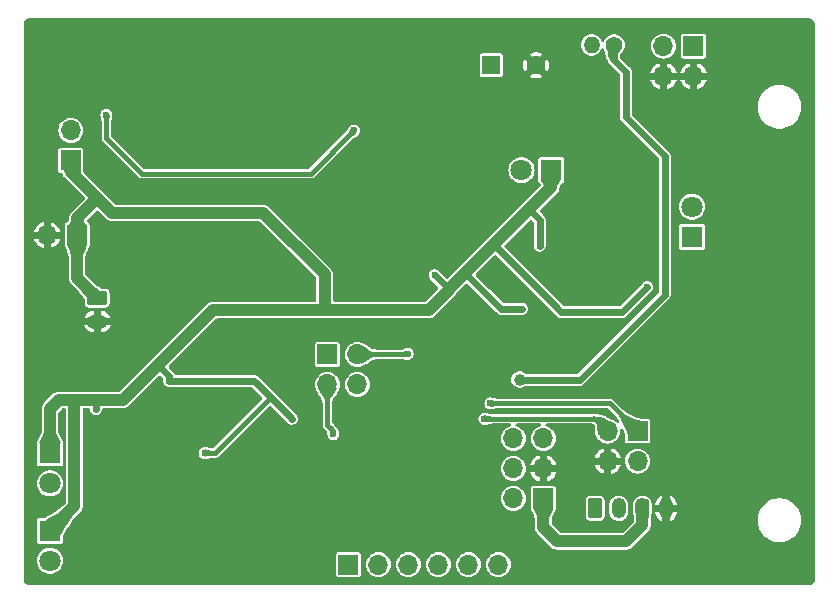
<source format=gbr>
%TF.GenerationSoftware,KiCad,Pcbnew,8.0.9-8.0.9-0~ubuntu24.04.1*%
%TF.CreationDate,2025-03-05T09:12:54+01:00*%
%TF.ProjectId,SpeedometerV1,53706565-646f-46d6-9574-657256312e6b,V2*%
%TF.SameCoordinates,Original*%
%TF.FileFunction,Copper,L4,Bot*%
%TF.FilePolarity,Positive*%
%FSLAX46Y46*%
G04 Gerber Fmt 4.6, Leading zero omitted, Abs format (unit mm)*
G04 Created by KiCad (PCBNEW 8.0.9-8.0.9-0~ubuntu24.04.1) date 2025-03-05 09:12:54*
%MOMM*%
%LPD*%
G01*
G04 APERTURE LIST*
G04 Aperture macros list*
%AMRoundRect*
0 Rectangle with rounded corners*
0 $1 Rounding radius*
0 $2 $3 $4 $5 $6 $7 $8 $9 X,Y pos of 4 corners*
0 Add a 4 corners polygon primitive as box body*
4,1,4,$2,$3,$4,$5,$6,$7,$8,$9,$2,$3,0*
0 Add four circle primitives for the rounded corners*
1,1,$1+$1,$2,$3*
1,1,$1+$1,$4,$5*
1,1,$1+$1,$6,$7*
1,1,$1+$1,$8,$9*
0 Add four rect primitives between the rounded corners*
20,1,$1+$1,$2,$3,$4,$5,0*
20,1,$1+$1,$4,$5,$6,$7,0*
20,1,$1+$1,$6,$7,$8,$9,0*
20,1,$1+$1,$8,$9,$2,$3,0*%
G04 Aperture macros list end*
%TA.AperFunction,ComponentPad*%
%ADD10R,1.800000X1.800000*%
%TD*%
%TA.AperFunction,ComponentPad*%
%ADD11C,1.800000*%
%TD*%
%TA.AperFunction,ComponentPad*%
%ADD12R,1.700000X1.700000*%
%TD*%
%TA.AperFunction,ComponentPad*%
%ADD13O,1.700000X1.700000*%
%TD*%
%TA.AperFunction,ComponentPad*%
%ADD14C,1.400000*%
%TD*%
%TA.AperFunction,ComponentPad*%
%ADD15O,1.400000X1.400000*%
%TD*%
%TA.AperFunction,ComponentPad*%
%ADD16R,1.600000X1.600000*%
%TD*%
%TA.AperFunction,ComponentPad*%
%ADD17C,1.600000*%
%TD*%
%TA.AperFunction,ComponentPad*%
%ADD18RoundRect,0.250000X-0.350000X-0.625000X0.350000X-0.625000X0.350000X0.625000X-0.350000X0.625000X0*%
%TD*%
%TA.AperFunction,ComponentPad*%
%ADD19O,1.200000X1.750000*%
%TD*%
%TA.AperFunction,ComponentPad*%
%ADD20RoundRect,0.250000X-0.625000X0.350000X-0.625000X-0.350000X0.625000X-0.350000X0.625000X0.350000X0*%
%TD*%
%TA.AperFunction,ComponentPad*%
%ADD21O,1.750000X1.200000*%
%TD*%
%TA.AperFunction,ViaPad*%
%ADD22C,1.000000*%
%TD*%
%TA.AperFunction,ViaPad*%
%ADD23C,0.600000*%
%TD*%
%TA.AperFunction,Conductor*%
%ADD24C,0.400000*%
%TD*%
%TA.AperFunction,Conductor*%
%ADD25C,1.000000*%
%TD*%
%TA.AperFunction,Conductor*%
%ADD26C,0.600000*%
%TD*%
G04 APERTURE END LIST*
D10*
%TO.P,Q4,1,C*%
%TO.N,+3.3V*%
X37843750Y-79290000D03*
D11*
%TO.P,Q4,2,E*%
%TO.N,Net-(Q4-E)*%
X37843750Y-81830000D03*
%TD*%
D12*
%TO.P,J6,1,Pin_1*%
%TO.N,/I2C_SDA*%
X87600000Y-70860000D03*
D13*
%TO.P,J6,2,Pin_2*%
%TO.N,+3.3V*%
X87600000Y-73400000D03*
%TO.P,J6,3,Pin_3*%
%TO.N,/I2C_SCL*%
X85060000Y-70860000D03*
%TO.P,J6,4,Pin_4*%
%TO.N,GND*%
X85060000Y-73400000D03*
%TD*%
D12*
%TO.P,J2,1,Pin_1*%
%TO.N,+3.3V*%
X39600000Y-47940000D03*
D13*
%TO.P,J2,2,Pin_2*%
%TO.N,/BUCK_3.3V*%
X39600000Y-45400000D03*
%TD*%
D14*
%TO.P,TH1,1*%
%TO.N,VRAIL*%
X85600000Y-38165000D03*
D15*
%TO.P,TH1,2*%
%TO.N,Net-(JP1-B)*%
X83700000Y-38165000D03*
%TD*%
D12*
%TO.P,J8,1,Pin_1*%
%TO.N,+3.3V*%
X79615000Y-76555000D03*
D13*
%TO.P,J8,2,Pin_2*%
%TO.N,/SWD_SWCLK*%
X77075000Y-76555000D03*
%TO.P,J8,3,Pin_3*%
%TO.N,GND*%
X79615000Y-74015000D03*
%TO.P,J8,4,Pin_4*%
%TO.N,/SWD_SWDIO*%
X77075000Y-74015000D03*
%TO.P,J8,5,Pin_5*%
%TO.N,unconnected-(J8-Pin_5-Pad5)*%
X79615000Y-71475000D03*
%TO.P,J8,6,Pin_6*%
%TO.N,/SWD_NRST*%
X77075000Y-71475000D03*
%TD*%
D16*
%TO.P,C2,1*%
%TO.N,/VRAIL_CAP*%
X75210000Y-39880000D03*
D17*
%TO.P,C2,2*%
%TO.N,GND*%
X79010000Y-39880000D03*
%TD*%
D18*
%TO.P,J9,1,Pin_1*%
%TO.N,/I2C_SCL*%
X84000000Y-77400000D03*
D19*
%TO.P,J9,2,Pin_2*%
%TO.N,/I2C_SDA*%
X86000000Y-77400000D03*
%TO.P,J9,3,Pin_3*%
%TO.N,+3.3V*%
X88000000Y-77400000D03*
%TO.P,J9,4,Pin_4*%
%TO.N,GND*%
X90000000Y-77400000D03*
%TD*%
D10*
%TO.P,Q1,1,C*%
%TO.N,+3.3V*%
X92200000Y-54400000D03*
D11*
%TO.P,Q1,2,E*%
%TO.N,Net-(Q1-E)*%
X92200000Y-51860000D03*
%TD*%
D10*
%TO.P,Q2,1,C*%
%TO.N,+3.3V*%
X37843750Y-72750000D03*
D11*
%TO.P,Q2,2,E*%
%TO.N,Net-(Q2-E)*%
X37843750Y-75290000D03*
%TD*%
D10*
%TO.P,Q3,1,C*%
%TO.N,+3.3V*%
X80300000Y-48760000D03*
D11*
%TO.P,Q3,2,E*%
%TO.N,Net-(Q3-E)*%
X77760000Y-48760000D03*
%TD*%
D12*
%TO.P,J1,1,Pin_1*%
%TO.N,VRAIL*%
X92325000Y-38275000D03*
D13*
%TO.P,J1,2,Pin_2*%
%TO.N,GND*%
X92325000Y-40815000D03*
%TO.P,J1,3,Pin_3*%
%TO.N,VRAIL*%
X89785000Y-38275000D03*
%TO.P,J1,4,Pin_4*%
%TO.N,GND*%
X89785000Y-40815000D03*
%TD*%
D20*
%TO.P,J4,1,Pin_1*%
%TO.N,+3.3V*%
X41850000Y-59600000D03*
D21*
%TO.P,J4,2,Pin_2*%
%TO.N,GND*%
X41850000Y-61600000D03*
%TD*%
D12*
%TO.P,J5,1,Pin_1*%
%TO.N,+3.3V*%
X40140000Y-54275000D03*
D13*
%TO.P,J5,2,Pin_2*%
%TO.N,GND*%
X37600000Y-54275000D03*
%TD*%
D12*
%TO.P,J3,1,Pin_1*%
%TO.N,/IO_SPEEDOMETER_LED*%
X63105000Y-82165000D03*
D13*
%TO.P,J3,2,Pin_2*%
%TO.N,/IO_Poti_Speed*%
X65645000Y-82165000D03*
%TO.P,J3,3,Pin_3*%
%TO.N,/INT_LANE_DATA*%
X68185000Y-82165000D03*
%TO.P,J3,4,Pin_4*%
%TO.N,/INT_SPEED_LANE2*%
X70725000Y-82165000D03*
%TO.P,J3,5,Pin_5*%
%TO.N,/INT_SPEED_LANE1*%
X73265000Y-82165000D03*
%TO.P,J3,6,Pin_6*%
%TO.N,/IO_POWER_RAIL_DATA*%
X75805000Y-82165000D03*
%TD*%
D12*
%TO.P,J7,1,Pin_1*%
%TO.N,/COMP_AOUT2*%
X61325000Y-64375000D03*
D13*
%TO.P,J7,2,Pin_2*%
%TO.N,/COMP_AOUT1*%
X63865000Y-64375000D03*
%TO.P,J7,3,Pin_3*%
%TO.N,/COMP_BOUT2*%
X61325000Y-66915000D03*
%TO.P,J7,4,Pin_4*%
%TO.N,/COMP_BOUT1*%
X63865000Y-66915000D03*
%TD*%
D22*
%TO.N,GND*%
X55000000Y-55000000D03*
D23*
X61320000Y-39160000D03*
X70400000Y-49347500D03*
D22*
X95100000Y-50900000D03*
X56000000Y-63000000D03*
X90600000Y-43900000D03*
D23*
X64320000Y-40160000D03*
D22*
X65000000Y-49000000D03*
D23*
X62320000Y-45160000D03*
D22*
X74600000Y-71900000D03*
D23*
X59320000Y-47160000D03*
D22*
X55000000Y-51000000D03*
D23*
X61320000Y-40160000D03*
X88400000Y-50147500D03*
X56968750Y-77302500D03*
X65320000Y-47160000D03*
D22*
X51000000Y-55000000D03*
X55000000Y-57000000D03*
X53000000Y-51000000D03*
D23*
X62320000Y-39160000D03*
D22*
X71600000Y-37900000D03*
X58000000Y-37000000D03*
D23*
X59325000Y-65515000D03*
D22*
X95100000Y-48900000D03*
D23*
X82500000Y-50647500D03*
D22*
X61000000Y-55000000D03*
X53000000Y-55000000D03*
X60000000Y-37000000D03*
X65100000Y-74400000D03*
X95100000Y-38900000D03*
D23*
X83800000Y-63000000D03*
X70725000Y-72815000D03*
D22*
X67000000Y-49000000D03*
X47000000Y-55000000D03*
X37000000Y-68000000D03*
X65000000Y-57000000D03*
D23*
X59320000Y-46160000D03*
D22*
X51000000Y-51000000D03*
D23*
X64320000Y-47160000D03*
X49825000Y-71515000D03*
X55081250Y-79590000D03*
X75125000Y-67515000D03*
D22*
X63000000Y-55000000D03*
D23*
X46218750Y-75752500D03*
X60320000Y-40160000D03*
X41818750Y-77752500D03*
D22*
X95100000Y-46900000D03*
D23*
X67738775Y-56000000D03*
D22*
X57000000Y-57000000D03*
D23*
X59320000Y-40160000D03*
X67825000Y-63015000D03*
D22*
X59000000Y-51000000D03*
D23*
X47618750Y-77752500D03*
X60320000Y-47160000D03*
D22*
X65000000Y-59000000D03*
D23*
X70125000Y-69815000D03*
D22*
X57000000Y-51000000D03*
X69000000Y-47000000D03*
D23*
X59325000Y-66815000D03*
D22*
X95100000Y-42900000D03*
D23*
X61320000Y-46160000D03*
X57825000Y-66815000D03*
X59320000Y-39160000D03*
X60320000Y-46160000D03*
D22*
X62100000Y-74400000D03*
D23*
X46325000Y-69015000D03*
D22*
X58600000Y-81900000D03*
X37000000Y-50000000D03*
D23*
X64320000Y-46160000D03*
D22*
X61000000Y-51000000D03*
D23*
X64320000Y-39160000D03*
X67738775Y-50000000D03*
D22*
X62000000Y-37000000D03*
X93100000Y-43900000D03*
D23*
X82300000Y-48260000D03*
X67738775Y-51500000D03*
X62320000Y-40160000D03*
X60320000Y-39160000D03*
D22*
X69000000Y-49000000D03*
D23*
X55825000Y-70515000D03*
X62825000Y-71115000D03*
X72212500Y-47760000D03*
D22*
X95100000Y-44900000D03*
D23*
X63320000Y-39160000D03*
D22*
X62100000Y-79400000D03*
X65000000Y-55000000D03*
X64000000Y-37000000D03*
X95100000Y-36900000D03*
D23*
X54825000Y-68015000D03*
D22*
X37000000Y-44000000D03*
X37000000Y-66000000D03*
D23*
X59325000Y-68015000D03*
D22*
X45000000Y-55000000D03*
X57000000Y-59000000D03*
D23*
X67738775Y-53000000D03*
X68125000Y-65315000D03*
D22*
X95100000Y-40900000D03*
X52000000Y-63000000D03*
X42000000Y-37000000D03*
X54000000Y-63000000D03*
X48600000Y-81900000D03*
D23*
X80800000Y-52260000D03*
X83537500Y-53210000D03*
X71725000Y-72815000D03*
X63320000Y-40160000D03*
D22*
X52100000Y-81900000D03*
D23*
X80050000Y-57760000D03*
X63320000Y-47160000D03*
X85825000Y-66515000D03*
D22*
X37000000Y-48000000D03*
X37000000Y-46000000D03*
X63000000Y-51000000D03*
D23*
X49825000Y-68515000D03*
D22*
X40000000Y-37000000D03*
X59000000Y-59000000D03*
X66280000Y-37900000D03*
D23*
X74625000Y-70715000D03*
D22*
X65000000Y-53000000D03*
X69000000Y-37900000D03*
X58000000Y-63000000D03*
D23*
X49825000Y-70015000D03*
D22*
X62100000Y-76900000D03*
X68100000Y-74400000D03*
D23*
X67738775Y-54500000D03*
X61320000Y-45160000D03*
D22*
X65000000Y-51000000D03*
X55600000Y-81900000D03*
X49000000Y-55000000D03*
D23*
%TO.N,/BUCK_3.3V*%
X63570000Y-45410000D03*
X42620000Y-44060000D03*
%TO.N,+3.3V*%
X82200000Y-60800000D03*
X77800000Y-60500000D03*
X88400000Y-58660000D03*
D22*
X69900000Y-60615000D03*
D23*
X70400000Y-57660000D03*
X41725000Y-69015000D03*
X58325000Y-69815000D03*
X50925000Y-72715000D03*
X52125000Y-66615000D03*
X47925000Y-66615000D03*
X79300000Y-55160000D03*
%TO.N,/I2C_SDA*%
X75125000Y-68515000D03*
%TO.N,/I2C_SCL*%
X74625000Y-69815000D03*
%TO.N,/COMP_BOUT2*%
X61825000Y-71115000D03*
%TO.N,/COMP_AOUT1*%
X68125000Y-64315000D03*
D22*
%TO.N,VRAIL*%
X77600000Y-66500000D03*
%TD*%
D24*
%TO.N,/BUCK_3.3V*%
X59920000Y-49060000D02*
X63570000Y-45410000D01*
X42620000Y-44060000D02*
X42620000Y-46060000D01*
X45620000Y-49060000D02*
X59920000Y-49060000D01*
X42620000Y-46060000D02*
X45620000Y-49060000D01*
D25*
%TO.N,+3.3V*%
X71600000Y-58915000D02*
X69900000Y-60615000D01*
X44035000Y-68215000D02*
X41850000Y-68215000D01*
D26*
X55125000Y-66615000D02*
X52125000Y-66615000D01*
X76040000Y-60500000D02*
X73000000Y-57460000D01*
X41725000Y-69015000D02*
X41725000Y-68340000D01*
D25*
X73000000Y-57460000D02*
X75400000Y-55060000D01*
D26*
X58325000Y-69815000D02*
X56525000Y-68015000D01*
D25*
X40140000Y-54275000D02*
X40140000Y-57890000D01*
X88000000Y-78800000D02*
X88000000Y-77400000D01*
D26*
X82200000Y-60800000D02*
X81140000Y-60800000D01*
D25*
X78400000Y-52060000D02*
X80300000Y-50160000D01*
X39600000Y-47940000D02*
X39600000Y-48900000D01*
X61100000Y-57600000D02*
X61100000Y-60600000D01*
X41850000Y-51150000D02*
X40140000Y-52860000D01*
X37843750Y-68956250D02*
X38585000Y-68215000D01*
X41850000Y-51150000D02*
X43100000Y-52400000D01*
X80800000Y-80200000D02*
X86600000Y-80200000D01*
X51650000Y-60600000D02*
X46975000Y-65275000D01*
X40140000Y-57890000D02*
X41850000Y-59600000D01*
X69900000Y-60615000D02*
X69885000Y-60600000D01*
X39900000Y-77233750D02*
X37843750Y-79290000D01*
X40140000Y-52860000D02*
X40140000Y-54275000D01*
D26*
X79300000Y-55160000D02*
X79300000Y-52960000D01*
D25*
X75400000Y-55060000D02*
X78400000Y-52060000D01*
X38585000Y-68215000D02*
X39900000Y-68215000D01*
D26*
X70400000Y-57660000D02*
X71600000Y-58860000D01*
D25*
X43100000Y-52400000D02*
X55900000Y-52400000D01*
D26*
X77800000Y-60500000D02*
X76040000Y-60500000D01*
X81140000Y-60800000D02*
X75400000Y-55060000D01*
D25*
X39900000Y-68215000D02*
X39900000Y-77233750D01*
D26*
X86260000Y-60800000D02*
X88400000Y-58660000D01*
X82200000Y-60800000D02*
X86260000Y-60800000D01*
D24*
X88325000Y-76815000D02*
X88325000Y-78015000D01*
D25*
X71600000Y-58860000D02*
X71600000Y-58915000D01*
D26*
X41725000Y-68340000D02*
X41850000Y-68215000D01*
X52125000Y-66615000D02*
X47925000Y-66615000D01*
X47925000Y-66615000D02*
X47925000Y-66225000D01*
D25*
X64100000Y-60600000D02*
X61100000Y-60600000D01*
X55900000Y-52400000D02*
X61100000Y-57600000D01*
X71600000Y-58860000D02*
X73000000Y-57460000D01*
D26*
X56525000Y-68015000D02*
X55125000Y-66615000D01*
D25*
X37843750Y-72750000D02*
X37843750Y-68956250D01*
X61100000Y-60600000D02*
X51650000Y-60600000D01*
D24*
X50925000Y-72715000D02*
X51825000Y-72715000D01*
D25*
X79615000Y-76555000D02*
X79615000Y-79015000D01*
X41850000Y-68215000D02*
X39900000Y-68215000D01*
X80300000Y-50160000D02*
X80300000Y-48760000D01*
D24*
X51825000Y-72715000D02*
X56525000Y-68015000D01*
D26*
X79300000Y-52960000D02*
X78400000Y-52060000D01*
D25*
X86600000Y-80200000D02*
X88000000Y-78800000D01*
X39600000Y-48900000D02*
X41850000Y-51150000D01*
X69885000Y-60600000D02*
X64100000Y-60600000D01*
X79615000Y-79015000D02*
X80800000Y-80200000D01*
X46975000Y-65275000D02*
X44035000Y-68215000D01*
D26*
X47925000Y-66225000D02*
X46975000Y-65275000D01*
D24*
%TO.N,/I2C_SDA*%
X75125000Y-68515000D02*
X85255000Y-68515000D01*
X85255000Y-68515000D02*
X87600000Y-70860000D01*
%TO.N,/I2C_SCL*%
X84015000Y-69815000D02*
X85060000Y-70860000D01*
X74625000Y-69815000D02*
X84015000Y-69815000D01*
%TO.N,/COMP_BOUT2*%
X61325000Y-70315000D02*
X61325000Y-66915000D01*
X61825000Y-71115000D02*
X61825000Y-70815000D01*
X61825000Y-70815000D02*
X61325000Y-70315000D01*
%TO.N,/COMP_AOUT1*%
X68065000Y-64375000D02*
X63865000Y-64375000D01*
X68125000Y-64315000D02*
X68065000Y-64375000D01*
D26*
%TO.N,VRAIL*%
X89900000Y-47600000D02*
X86600000Y-44300000D01*
X89900000Y-59300000D02*
X89900000Y-47600000D01*
X82700000Y-66500000D02*
X89900000Y-59300000D01*
X86600000Y-40430000D02*
X85600000Y-39430000D01*
X85600000Y-39430000D02*
X85600000Y-38165000D01*
X77600000Y-66500000D02*
X82700000Y-66500000D01*
X86600000Y-44300000D02*
X86600000Y-40430000D01*
%TD*%
%TA.AperFunction,Conductor*%
%TO.N,GND*%
G36*
X102106922Y-35901280D02*
G01*
X102197266Y-35911459D01*
X102224331Y-35917636D01*
X102303540Y-35945352D01*
X102328553Y-35957398D01*
X102399606Y-36002043D01*
X102421313Y-36019355D01*
X102480644Y-36078686D01*
X102497957Y-36100395D01*
X102542600Y-36171444D01*
X102554648Y-36196462D01*
X102582362Y-36275666D01*
X102588540Y-36302735D01*
X102598720Y-36393076D01*
X102599500Y-36406961D01*
X102599500Y-83393038D01*
X102598720Y-83406923D01*
X102588540Y-83497264D01*
X102582362Y-83524333D01*
X102554648Y-83603537D01*
X102542600Y-83628555D01*
X102497957Y-83699604D01*
X102480644Y-83721313D01*
X102421313Y-83780644D01*
X102399604Y-83797957D01*
X102328555Y-83842600D01*
X102303537Y-83854648D01*
X102224333Y-83882362D01*
X102197264Y-83888540D01*
X102117075Y-83897576D01*
X102106921Y-83898720D01*
X102093038Y-83899500D01*
X36106962Y-83899500D01*
X36093078Y-83898720D01*
X36080553Y-83897308D01*
X36002735Y-83888540D01*
X35975666Y-83882362D01*
X35896462Y-83854648D01*
X35871444Y-83842600D01*
X35800395Y-83797957D01*
X35778686Y-83780644D01*
X35719355Y-83721313D01*
X35702042Y-83699604D01*
X35657399Y-83628555D01*
X35645351Y-83603537D01*
X35617637Y-83524333D01*
X35611459Y-83497263D01*
X35601280Y-83406922D01*
X35600500Y-83393038D01*
X35600500Y-81829999D01*
X36738535Y-81829999D01*
X36738535Y-81830000D01*
X36757352Y-82033082D01*
X36813167Y-82229247D01*
X36813172Y-82229260D01*
X36904077Y-82411821D01*
X37026987Y-82574581D01*
X37177708Y-82711980D01*
X37177710Y-82711982D01*
X37241454Y-82751450D01*
X37351113Y-82819348D01*
X37541294Y-82893024D01*
X37741774Y-82930500D01*
X37741776Y-82930500D01*
X37945724Y-82930500D01*
X37945726Y-82930500D01*
X38146206Y-82893024D01*
X38336387Y-82819348D01*
X38509791Y-82711981D01*
X38660514Y-82574579D01*
X38783423Y-82411821D01*
X38874332Y-82229250D01*
X38930147Y-82033083D01*
X38948965Y-81830000D01*
X38930147Y-81626917D01*
X38874332Y-81430750D01*
X38806860Y-81295247D01*
X62054500Y-81295247D01*
X62054500Y-83034752D01*
X62066131Y-83093229D01*
X62066132Y-83093230D01*
X62110447Y-83159552D01*
X62176769Y-83203867D01*
X62176770Y-83203868D01*
X62235247Y-83215499D01*
X62235250Y-83215500D01*
X62235252Y-83215500D01*
X63974750Y-83215500D01*
X63974751Y-83215499D01*
X63989568Y-83212552D01*
X64033229Y-83203868D01*
X64033229Y-83203867D01*
X64033231Y-83203867D01*
X64099552Y-83159552D01*
X64143867Y-83093231D01*
X64143867Y-83093229D01*
X64143868Y-83093229D01*
X64155499Y-83034752D01*
X64155500Y-83034750D01*
X64155500Y-82165000D01*
X64589417Y-82165000D01*
X64609699Y-82370932D01*
X64609700Y-82370934D01*
X64669768Y-82568954D01*
X64767315Y-82751450D01*
X64767317Y-82751452D01*
X64898589Y-82911410D01*
X64921851Y-82930500D01*
X65058550Y-83042685D01*
X65241046Y-83140232D01*
X65439066Y-83200300D01*
X65439065Y-83200300D01*
X65457529Y-83202118D01*
X65645000Y-83220583D01*
X65850934Y-83200300D01*
X66048954Y-83140232D01*
X66231450Y-83042685D01*
X66391410Y-82911410D01*
X66522685Y-82751450D01*
X66620232Y-82568954D01*
X66680300Y-82370934D01*
X66700583Y-82165000D01*
X67129417Y-82165000D01*
X67149699Y-82370932D01*
X67149700Y-82370934D01*
X67209768Y-82568954D01*
X67307315Y-82751450D01*
X67307317Y-82751452D01*
X67438589Y-82911410D01*
X67461851Y-82930500D01*
X67598550Y-83042685D01*
X67781046Y-83140232D01*
X67979066Y-83200300D01*
X67979065Y-83200300D01*
X67997529Y-83202118D01*
X68185000Y-83220583D01*
X68390934Y-83200300D01*
X68588954Y-83140232D01*
X68771450Y-83042685D01*
X68931410Y-82911410D01*
X69062685Y-82751450D01*
X69160232Y-82568954D01*
X69220300Y-82370934D01*
X69240583Y-82165000D01*
X69669417Y-82165000D01*
X69689699Y-82370932D01*
X69689700Y-82370934D01*
X69749768Y-82568954D01*
X69847315Y-82751450D01*
X69847317Y-82751452D01*
X69978589Y-82911410D01*
X70001851Y-82930500D01*
X70138550Y-83042685D01*
X70321046Y-83140232D01*
X70519066Y-83200300D01*
X70519065Y-83200300D01*
X70537529Y-83202118D01*
X70725000Y-83220583D01*
X70930934Y-83200300D01*
X71128954Y-83140232D01*
X71311450Y-83042685D01*
X71471410Y-82911410D01*
X71602685Y-82751450D01*
X71700232Y-82568954D01*
X71760300Y-82370934D01*
X71780583Y-82165000D01*
X72209417Y-82165000D01*
X72229699Y-82370932D01*
X72229700Y-82370934D01*
X72289768Y-82568954D01*
X72387315Y-82751450D01*
X72387317Y-82751452D01*
X72518589Y-82911410D01*
X72541851Y-82930500D01*
X72678550Y-83042685D01*
X72861046Y-83140232D01*
X73059066Y-83200300D01*
X73059065Y-83200300D01*
X73077529Y-83202118D01*
X73265000Y-83220583D01*
X73470934Y-83200300D01*
X73668954Y-83140232D01*
X73851450Y-83042685D01*
X74011410Y-82911410D01*
X74142685Y-82751450D01*
X74240232Y-82568954D01*
X74300300Y-82370934D01*
X74320583Y-82165000D01*
X74749417Y-82165000D01*
X74769699Y-82370932D01*
X74769700Y-82370934D01*
X74829768Y-82568954D01*
X74927315Y-82751450D01*
X74927317Y-82751452D01*
X75058589Y-82911410D01*
X75081851Y-82930500D01*
X75218550Y-83042685D01*
X75401046Y-83140232D01*
X75599066Y-83200300D01*
X75599065Y-83200300D01*
X75617529Y-83202118D01*
X75805000Y-83220583D01*
X76010934Y-83200300D01*
X76208954Y-83140232D01*
X76391450Y-83042685D01*
X76551410Y-82911410D01*
X76682685Y-82751450D01*
X76780232Y-82568954D01*
X76840300Y-82370934D01*
X76860583Y-82165000D01*
X76840300Y-81959066D01*
X76780232Y-81761046D01*
X76682685Y-81578550D01*
X76630702Y-81515209D01*
X76551410Y-81418589D01*
X76401121Y-81295252D01*
X76391450Y-81287315D01*
X76208954Y-81189768D01*
X76010934Y-81129700D01*
X76010932Y-81129699D01*
X76010934Y-81129699D01*
X75805000Y-81109417D01*
X75599067Y-81129699D01*
X75401043Y-81189769D01*
X75313114Y-81236769D01*
X75218550Y-81287315D01*
X75218548Y-81287316D01*
X75218547Y-81287317D01*
X75058589Y-81418589D01*
X74927317Y-81578547D01*
X74829769Y-81761043D01*
X74769699Y-81959067D01*
X74749417Y-82165000D01*
X74320583Y-82165000D01*
X74300300Y-81959066D01*
X74240232Y-81761046D01*
X74142685Y-81578550D01*
X74090702Y-81515209D01*
X74011410Y-81418589D01*
X73861121Y-81295252D01*
X73851450Y-81287315D01*
X73668954Y-81189768D01*
X73470934Y-81129700D01*
X73470932Y-81129699D01*
X73470934Y-81129699D01*
X73265000Y-81109417D01*
X73059067Y-81129699D01*
X72861043Y-81189769D01*
X72773114Y-81236769D01*
X72678550Y-81287315D01*
X72678548Y-81287316D01*
X72678547Y-81287317D01*
X72518589Y-81418589D01*
X72387317Y-81578547D01*
X72289769Y-81761043D01*
X72229699Y-81959067D01*
X72209417Y-82165000D01*
X71780583Y-82165000D01*
X71760300Y-81959066D01*
X71700232Y-81761046D01*
X71602685Y-81578550D01*
X71550702Y-81515209D01*
X71471410Y-81418589D01*
X71321121Y-81295252D01*
X71311450Y-81287315D01*
X71128954Y-81189768D01*
X70930934Y-81129700D01*
X70930932Y-81129699D01*
X70930934Y-81129699D01*
X70725000Y-81109417D01*
X70519067Y-81129699D01*
X70321043Y-81189769D01*
X70233114Y-81236769D01*
X70138550Y-81287315D01*
X70138548Y-81287316D01*
X70138547Y-81287317D01*
X69978589Y-81418589D01*
X69847317Y-81578547D01*
X69749769Y-81761043D01*
X69689699Y-81959067D01*
X69669417Y-82165000D01*
X69240583Y-82165000D01*
X69220300Y-81959066D01*
X69160232Y-81761046D01*
X69062685Y-81578550D01*
X69010702Y-81515209D01*
X68931410Y-81418589D01*
X68781121Y-81295252D01*
X68771450Y-81287315D01*
X68588954Y-81189768D01*
X68390934Y-81129700D01*
X68390932Y-81129699D01*
X68390934Y-81129699D01*
X68185000Y-81109417D01*
X67979067Y-81129699D01*
X67781043Y-81189769D01*
X67693114Y-81236769D01*
X67598550Y-81287315D01*
X67598548Y-81287316D01*
X67598547Y-81287317D01*
X67438589Y-81418589D01*
X67307317Y-81578547D01*
X67209769Y-81761043D01*
X67149699Y-81959067D01*
X67129417Y-82165000D01*
X66700583Y-82165000D01*
X66680300Y-81959066D01*
X66620232Y-81761046D01*
X66522685Y-81578550D01*
X66470702Y-81515209D01*
X66391410Y-81418589D01*
X66241121Y-81295252D01*
X66231450Y-81287315D01*
X66048954Y-81189768D01*
X65850934Y-81129700D01*
X65850932Y-81129699D01*
X65850934Y-81129699D01*
X65645000Y-81109417D01*
X65439067Y-81129699D01*
X65241043Y-81189769D01*
X65153114Y-81236769D01*
X65058550Y-81287315D01*
X65058548Y-81287316D01*
X65058547Y-81287317D01*
X64898589Y-81418589D01*
X64767317Y-81578547D01*
X64669769Y-81761043D01*
X64609699Y-81959067D01*
X64589417Y-82165000D01*
X64155500Y-82165000D01*
X64155500Y-81295249D01*
X64155499Y-81295247D01*
X64143868Y-81236770D01*
X64143867Y-81236769D01*
X64099552Y-81170447D01*
X64033230Y-81126132D01*
X64033229Y-81126131D01*
X63974752Y-81114500D01*
X63974748Y-81114500D01*
X62235252Y-81114500D01*
X62235247Y-81114500D01*
X62176770Y-81126131D01*
X62176769Y-81126132D01*
X62110447Y-81170447D01*
X62066132Y-81236769D01*
X62066131Y-81236770D01*
X62054500Y-81295247D01*
X38806860Y-81295247D01*
X38783423Y-81248179D01*
X38691258Y-81126133D01*
X38660512Y-81085418D01*
X38509791Y-80948019D01*
X38509789Y-80948017D01*
X38336392Y-80840655D01*
X38336385Y-80840651D01*
X38241296Y-80803814D01*
X38146206Y-80766976D01*
X37945726Y-80729500D01*
X37741774Y-80729500D01*
X37541294Y-80766976D01*
X37541291Y-80766976D01*
X37541291Y-80766977D01*
X37351114Y-80840651D01*
X37351107Y-80840655D01*
X37177710Y-80948017D01*
X37177708Y-80948019D01*
X37026987Y-81085418D01*
X36904077Y-81248178D01*
X36813172Y-81430739D01*
X36813167Y-81430752D01*
X36757352Y-81626917D01*
X36738535Y-81829999D01*
X35600500Y-81829999D01*
X35600500Y-75289999D01*
X36738535Y-75289999D01*
X36738535Y-75290000D01*
X36757352Y-75493082D01*
X36813167Y-75689247D01*
X36813172Y-75689260D01*
X36904077Y-75871821D01*
X37026987Y-76034581D01*
X37177708Y-76171980D01*
X37177710Y-76171982D01*
X37276891Y-76233392D01*
X37351113Y-76279348D01*
X37541294Y-76353024D01*
X37741774Y-76390500D01*
X37741776Y-76390500D01*
X37945724Y-76390500D01*
X37945726Y-76390500D01*
X38146206Y-76353024D01*
X38336387Y-76279348D01*
X38509791Y-76171981D01*
X38660514Y-76034579D01*
X38783423Y-75871821D01*
X38874332Y-75689250D01*
X38930147Y-75493083D01*
X38948965Y-75290000D01*
X38933753Y-75125838D01*
X38930147Y-75086917D01*
X38874332Y-74890750D01*
X38783423Y-74708179D01*
X38660514Y-74545421D01*
X38660512Y-74545418D01*
X38509791Y-74408019D01*
X38509789Y-74408017D01*
X38336392Y-74300655D01*
X38336385Y-74300651D01*
X38241296Y-74263814D01*
X38146206Y-74226976D01*
X37945726Y-74189500D01*
X37741774Y-74189500D01*
X37541294Y-74226976D01*
X37541291Y-74226976D01*
X37541291Y-74226977D01*
X37351114Y-74300651D01*
X37351107Y-74300655D01*
X37177710Y-74408017D01*
X37177708Y-74408019D01*
X37026987Y-74545418D01*
X36904077Y-74708178D01*
X36813172Y-74890739D01*
X36813167Y-74890752D01*
X36757352Y-75086917D01*
X36738535Y-75289999D01*
X35600500Y-75289999D01*
X35600500Y-71836569D01*
X36741639Y-71836569D01*
X36741640Y-71837355D01*
X36743250Y-71856507D01*
X36743250Y-73669752D01*
X36754881Y-73728229D01*
X36754882Y-73728230D01*
X36799197Y-73794552D01*
X36865519Y-73838867D01*
X36865520Y-73838868D01*
X36923997Y-73850499D01*
X36924000Y-73850500D01*
X36924002Y-73850500D01*
X38763500Y-73850500D01*
X38763501Y-73850499D01*
X38778318Y-73847552D01*
X38821979Y-73838868D01*
X38821979Y-73838867D01*
X38821981Y-73838867D01*
X38888302Y-73794552D01*
X38932617Y-73728231D01*
X38932617Y-73728229D01*
X38932618Y-73728229D01*
X38944249Y-73669752D01*
X38944250Y-73669750D01*
X38944250Y-71830257D01*
X38944006Y-71827781D01*
X38943508Y-71820569D01*
X38943479Y-71819872D01*
X38943480Y-71819864D01*
X38942123Y-71811013D01*
X38941590Y-71809547D01*
X38936521Y-71791397D01*
X38935891Y-71788231D01*
X38932617Y-71771769D01*
X38930533Y-71768650D01*
X38917083Y-71742088D01*
X38914748Y-71735661D01*
X38914749Y-71735661D01*
X38912083Y-71731262D01*
X38912039Y-71731187D01*
X38845551Y-71621483D01*
X38841258Y-71613797D01*
X38837470Y-71606410D01*
X38770781Y-71476367D01*
X38767819Y-71470171D01*
X38694514Y-71305237D01*
X38692385Y-71300146D01*
X38680197Y-71269066D01*
X38617227Y-71108492D01*
X38615688Y-71104346D01*
X38561041Y-70948599D01*
X38551243Y-70920674D01*
X38544250Y-70879620D01*
X38544250Y-69297769D01*
X38563935Y-69230730D01*
X38580569Y-69210088D01*
X38838838Y-68951819D01*
X38900161Y-68918334D01*
X38926519Y-68915500D01*
X39075500Y-68915500D01*
X39142539Y-68935185D01*
X39188294Y-68987989D01*
X39199500Y-69039500D01*
X39199500Y-76892230D01*
X39179815Y-76959269D01*
X39163181Y-76979911D01*
X38918741Y-77224350D01*
X38895582Y-77241206D01*
X38896100Y-77242012D01*
X38890968Y-77245307D01*
X38594372Y-77479807D01*
X38589488Y-77483477D01*
X38292084Y-77695676D01*
X38286635Y-77699350D01*
X37990782Y-77887619D01*
X37984733Y-77891231D01*
X37690521Y-78055763D01*
X37683846Y-78059235D01*
X37439155Y-78177198D01*
X37385307Y-78189500D01*
X36923997Y-78189500D01*
X36865520Y-78201131D01*
X36865519Y-78201132D01*
X36799197Y-78245447D01*
X36754882Y-78311769D01*
X36754881Y-78311770D01*
X36743250Y-78370247D01*
X36743250Y-80209752D01*
X36754881Y-80268229D01*
X36754882Y-80268230D01*
X36799197Y-80334552D01*
X36865519Y-80378867D01*
X36865520Y-80378868D01*
X36923997Y-80390499D01*
X36924000Y-80390500D01*
X36924002Y-80390500D01*
X38763500Y-80390500D01*
X38763501Y-80390499D01*
X38778318Y-80387552D01*
X38821979Y-80378868D01*
X38821979Y-80378867D01*
X38821981Y-80378867D01*
X38888302Y-80334552D01*
X38932617Y-80268231D01*
X38932617Y-80268229D01*
X38932618Y-80268229D01*
X38944249Y-80209752D01*
X38944250Y-80209750D01*
X38944250Y-79756670D01*
X38959659Y-79696803D01*
X39000489Y-79622743D01*
X39119366Y-79407114D01*
X39121164Y-79403966D01*
X39313908Y-79077719D01*
X39316005Y-79074299D01*
X39507827Y-78772864D01*
X39510321Y-78769099D01*
X39701023Y-78492542D01*
X39703998Y-78488411D01*
X39891794Y-78238837D01*
X39891796Y-78238832D01*
X39894473Y-78234606D01*
X39895292Y-78235124D01*
X39912008Y-78212397D01*
X40444114Y-77680293D01*
X40520775Y-77565561D01*
X40573580Y-77438078D01*
X40600500Y-77302744D01*
X40600500Y-77164756D01*
X40600500Y-76555000D01*
X76019417Y-76555000D01*
X76039699Y-76760932D01*
X76042551Y-76770333D01*
X76099768Y-76958954D01*
X76197315Y-77141450D01*
X76197317Y-77141452D01*
X76328589Y-77301410D01*
X76425209Y-77380702D01*
X76488550Y-77432685D01*
X76671046Y-77530232D01*
X76869066Y-77590300D01*
X76869065Y-77590300D01*
X76887529Y-77592118D01*
X77075000Y-77610583D01*
X77280934Y-77590300D01*
X77478954Y-77530232D01*
X77661450Y-77432685D01*
X77669766Y-77425860D01*
X78563929Y-77425860D01*
X78564890Y-77434758D01*
X78564890Y-77434760D01*
X78564891Y-77434762D01*
X78567267Y-77442336D01*
X78570565Y-77455244D01*
X78571120Y-77458028D01*
X78576133Y-77483233D01*
X78580502Y-77493779D01*
X78586253Y-77505791D01*
X78586517Y-77505679D01*
X78588900Y-77511280D01*
X78588902Y-77511286D01*
X78588903Y-77511287D01*
X78588906Y-77511294D01*
X78649858Y-77622750D01*
X78653295Y-77629519D01*
X78715594Y-77762125D01*
X78718024Y-77767640D01*
X78782516Y-77924268D01*
X78784282Y-77928810D01*
X78850204Y-78108683D01*
X78851524Y-78112473D01*
X78872948Y-78177353D01*
X78906416Y-78278712D01*
X78908247Y-78284255D01*
X78914500Y-78323133D01*
X78914500Y-78946006D01*
X78914500Y-79083994D01*
X78914500Y-79083996D01*
X78914499Y-79083996D01*
X78941418Y-79219322D01*
X78941421Y-79219332D01*
X78994222Y-79346807D01*
X79070887Y-79461545D01*
X80353454Y-80744112D01*
X80468192Y-80820777D01*
X80595667Y-80873578D01*
X80595672Y-80873580D01*
X80595676Y-80873580D01*
X80595677Y-80873581D01*
X80731003Y-80900500D01*
X80731006Y-80900500D01*
X86668996Y-80900500D01*
X86760040Y-80882389D01*
X86804328Y-80873580D01*
X86883826Y-80840651D01*
X86931807Y-80820777D01*
X86931808Y-80820776D01*
X86931811Y-80820775D01*
X87046543Y-80744114D01*
X88544114Y-79246543D01*
X88620775Y-79131811D01*
X88673580Y-79004328D01*
X88700500Y-78868994D01*
X88700500Y-78731006D01*
X88700500Y-78177353D01*
X88704725Y-78145260D01*
X88725500Y-78067727D01*
X88725500Y-78039960D01*
X88734939Y-77992508D01*
X88763204Y-77924268D01*
X88769737Y-77908497D01*
X88798550Y-77763646D01*
X89100000Y-77763646D01*
X89134584Y-77937512D01*
X89134586Y-77937520D01*
X89202428Y-78101307D01*
X89202433Y-78101316D01*
X89300923Y-78248716D01*
X89300926Y-78248720D01*
X89426279Y-78374073D01*
X89426287Y-78374079D01*
X89573688Y-78472569D01*
X89573691Y-78472571D01*
X89699999Y-78524889D01*
X89700000Y-78524889D01*
X90300000Y-78524889D01*
X90426308Y-78472571D01*
X90426311Y-78472569D01*
X90573712Y-78374079D01*
X90573720Y-78374073D01*
X90669081Y-78278712D01*
X97749500Y-78278712D01*
X97749500Y-78521288D01*
X97781162Y-78761789D01*
X97783618Y-78770954D01*
X97843947Y-78996104D01*
X97900159Y-79131811D01*
X97936776Y-79220212D01*
X98058064Y-79430289D01*
X98058066Y-79430292D01*
X98058067Y-79430293D01*
X98205733Y-79622736D01*
X98205739Y-79622743D01*
X98377256Y-79794260D01*
X98377262Y-79794265D01*
X98569711Y-79941936D01*
X98779788Y-80063224D01*
X99003900Y-80156054D01*
X99238211Y-80218838D01*
X99418586Y-80242584D01*
X99478711Y-80250500D01*
X99478712Y-80250500D01*
X99721289Y-80250500D01*
X99769388Y-80244167D01*
X99961789Y-80218838D01*
X100196100Y-80156054D01*
X100420212Y-80063224D01*
X100630289Y-79941936D01*
X100822738Y-79794265D01*
X100994265Y-79622738D01*
X101141936Y-79430289D01*
X101263224Y-79220212D01*
X101356054Y-78996100D01*
X101418838Y-78761789D01*
X101450500Y-78521288D01*
X101450500Y-78278712D01*
X101445124Y-78237880D01*
X101428616Y-78112483D01*
X101418838Y-78038211D01*
X101356054Y-77803900D01*
X101263224Y-77579788D01*
X101141936Y-77369711D01*
X100994265Y-77177262D01*
X100994260Y-77177256D01*
X100822743Y-77005739D01*
X100822736Y-77005733D01*
X100630293Y-76858067D01*
X100630292Y-76858066D01*
X100630289Y-76858064D01*
X100435889Y-76745827D01*
X100420214Y-76736777D01*
X100420205Y-76736773D01*
X100196104Y-76643947D01*
X99961785Y-76581161D01*
X99721289Y-76549500D01*
X99721288Y-76549500D01*
X99478712Y-76549500D01*
X99478711Y-76549500D01*
X99238214Y-76581161D01*
X99003895Y-76643947D01*
X98779794Y-76736773D01*
X98779785Y-76736777D01*
X98569706Y-76858067D01*
X98377263Y-77005733D01*
X98377256Y-77005739D01*
X98205739Y-77177256D01*
X98205733Y-77177263D01*
X98058067Y-77369706D01*
X97936777Y-77579785D01*
X97936773Y-77579794D01*
X97843947Y-77803895D01*
X97781161Y-78038214D01*
X97753879Y-78245447D01*
X97749500Y-78278712D01*
X90669081Y-78278712D01*
X90699073Y-78248720D01*
X90699076Y-78248716D01*
X90797566Y-78101316D01*
X90797571Y-78101307D01*
X90865413Y-77937520D01*
X90865415Y-77937512D01*
X90899999Y-77763646D01*
X90900000Y-77763643D01*
X90900000Y-77700000D01*
X90300000Y-77700000D01*
X90300000Y-78524889D01*
X89700000Y-78524889D01*
X89700000Y-77700000D01*
X89100000Y-77700000D01*
X89100000Y-77763646D01*
X88798550Y-77763646D01*
X88800500Y-77753842D01*
X88800500Y-77350630D01*
X89625000Y-77350630D01*
X89625000Y-77449370D01*
X89650556Y-77544745D01*
X89699925Y-77630255D01*
X89769745Y-77700075D01*
X89855255Y-77749444D01*
X89950630Y-77775000D01*
X90049370Y-77775000D01*
X90144745Y-77749444D01*
X90230255Y-77700075D01*
X90300075Y-77630255D01*
X90349444Y-77544745D01*
X90375000Y-77449370D01*
X90375000Y-77350630D01*
X90349444Y-77255255D01*
X90300075Y-77169745D01*
X90230330Y-77100000D01*
X90300000Y-77100000D01*
X90900000Y-77100000D01*
X90900000Y-77036357D01*
X90899999Y-77036353D01*
X90865415Y-76862487D01*
X90865413Y-76862479D01*
X90797571Y-76698692D01*
X90797566Y-76698683D01*
X90699076Y-76551283D01*
X90699073Y-76551279D01*
X90573720Y-76425926D01*
X90573716Y-76425923D01*
X90426316Y-76327433D01*
X90426306Y-76327428D01*
X90300000Y-76275110D01*
X90300000Y-77100000D01*
X90230330Y-77100000D01*
X90230255Y-77099925D01*
X90144745Y-77050556D01*
X90049370Y-77025000D01*
X89950630Y-77025000D01*
X89855255Y-77050556D01*
X89769745Y-77099925D01*
X89699925Y-77169745D01*
X89650556Y-77255255D01*
X89625000Y-77350630D01*
X88800500Y-77350630D01*
X88800500Y-77046158D01*
X88800500Y-77046155D01*
X88800499Y-77046153D01*
X88798550Y-77036353D01*
X89100000Y-77036353D01*
X89100000Y-77100000D01*
X89700000Y-77100000D01*
X89700000Y-76275110D01*
X89699999Y-76275110D01*
X89573693Y-76327428D01*
X89573683Y-76327433D01*
X89426283Y-76425923D01*
X89426279Y-76425926D01*
X89300926Y-76551279D01*
X89300923Y-76551283D01*
X89202433Y-76698683D01*
X89202428Y-76698692D01*
X89134586Y-76862479D01*
X89134584Y-76862487D01*
X89100000Y-77036353D01*
X88798550Y-77036353D01*
X88769739Y-76891511D01*
X88769736Y-76891501D01*
X88755887Y-76858067D01*
X88734939Y-76807492D01*
X88727522Y-76770206D01*
X88726561Y-76770333D01*
X88725500Y-76762280D01*
X88725500Y-76762273D01*
X88698207Y-76660413D01*
X88645480Y-76569087D01*
X88570913Y-76494520D01*
X88479589Y-76441794D01*
X88479588Y-76441793D01*
X88382127Y-76415679D01*
X88366769Y-76410465D01*
X88233498Y-76355263D01*
X88233488Y-76355260D01*
X88078845Y-76324500D01*
X88078842Y-76324500D01*
X87921158Y-76324500D01*
X87921155Y-76324500D01*
X87766510Y-76355261D01*
X87766498Y-76355264D01*
X87620827Y-76415602D01*
X87620814Y-76415609D01*
X87489711Y-76503210D01*
X87489707Y-76503213D01*
X87378213Y-76614707D01*
X87378210Y-76614711D01*
X87290609Y-76745814D01*
X87290602Y-76745827D01*
X87230264Y-76891498D01*
X87230261Y-76891510D01*
X87199500Y-77046153D01*
X87199500Y-77753846D01*
X87230261Y-77908489D01*
X87230264Y-77908501D01*
X87290061Y-78052864D01*
X87299500Y-78100316D01*
X87299500Y-78458481D01*
X87279815Y-78525520D01*
X87263181Y-78546162D01*
X86346162Y-79463181D01*
X86284839Y-79496666D01*
X86258481Y-79499500D01*
X81141519Y-79499500D01*
X81074480Y-79479815D01*
X81053838Y-79463181D01*
X80351819Y-78761162D01*
X80318334Y-78699839D01*
X80315500Y-78673481D01*
X80315500Y-78323133D01*
X80321752Y-78284256D01*
X80336748Y-78238837D01*
X80378479Y-78112447D01*
X80379769Y-78108743D01*
X80445721Y-77928789D01*
X80447482Y-77924265D01*
X80461084Y-77891231D01*
X80511974Y-77767640D01*
X80514382Y-77762170D01*
X80576725Y-77629467D01*
X80580134Y-77622755D01*
X80641096Y-77511287D01*
X80644816Y-77501848D01*
X80651226Y-77489605D01*
X80653865Y-77483233D01*
X80653867Y-77483231D01*
X80653867Y-77483228D01*
X80654574Y-77481523D01*
X80658744Y-77467338D01*
X80658687Y-77467320D01*
X80659370Y-77465208D01*
X80659695Y-77464103D01*
X80659880Y-77463635D01*
X80661315Y-77458028D01*
X80667402Y-77418710D01*
X80667241Y-77417758D01*
X80665500Y-77397055D01*
X80665500Y-76720730D01*
X83199500Y-76720730D01*
X83199500Y-78079269D01*
X83202353Y-78109699D01*
X83202353Y-78109701D01*
X83246242Y-78235124D01*
X83247207Y-78237882D01*
X83327850Y-78347150D01*
X83437118Y-78427793D01*
X83479845Y-78442744D01*
X83565299Y-78472646D01*
X83595730Y-78475500D01*
X83595734Y-78475500D01*
X84404270Y-78475500D01*
X84434699Y-78472646D01*
X84434701Y-78472646D01*
X84498790Y-78450219D01*
X84562882Y-78427793D01*
X84672150Y-78347150D01*
X84752793Y-78237882D01*
X84785203Y-78145260D01*
X84797646Y-78109701D01*
X84797646Y-78109699D01*
X84800500Y-78079269D01*
X84800500Y-77046153D01*
X85199500Y-77046153D01*
X85199500Y-77753846D01*
X85230261Y-77908489D01*
X85230264Y-77908501D01*
X85290602Y-78054172D01*
X85290609Y-78054185D01*
X85378210Y-78185288D01*
X85378213Y-78185292D01*
X85489707Y-78296786D01*
X85489711Y-78296789D01*
X85620814Y-78384390D01*
X85620827Y-78384397D01*
X85725596Y-78427793D01*
X85766503Y-78444737D01*
X85906423Y-78472569D01*
X85921153Y-78475499D01*
X85921156Y-78475500D01*
X85921158Y-78475500D01*
X86078844Y-78475500D01*
X86078845Y-78475499D01*
X86233497Y-78444737D01*
X86379179Y-78384394D01*
X86510289Y-78296789D01*
X86621789Y-78185289D01*
X86709394Y-78054179D01*
X86769737Y-77908497D01*
X86800500Y-77753842D01*
X86800500Y-77046158D01*
X86800500Y-77046155D01*
X86800499Y-77046153D01*
X86792459Y-77005733D01*
X86769737Y-76891503D01*
X86757715Y-76862479D01*
X86709397Y-76745827D01*
X86709390Y-76745814D01*
X86621789Y-76614711D01*
X86621786Y-76614707D01*
X86510292Y-76503213D01*
X86510288Y-76503210D01*
X86379185Y-76415609D01*
X86379172Y-76415602D01*
X86233501Y-76355264D01*
X86233489Y-76355261D01*
X86078845Y-76324500D01*
X86078842Y-76324500D01*
X85921158Y-76324500D01*
X85921155Y-76324500D01*
X85766510Y-76355261D01*
X85766498Y-76355264D01*
X85620827Y-76415602D01*
X85620814Y-76415609D01*
X85489711Y-76503210D01*
X85489707Y-76503213D01*
X85378213Y-76614707D01*
X85378210Y-76614711D01*
X85290609Y-76745814D01*
X85290602Y-76745827D01*
X85230264Y-76891498D01*
X85230261Y-76891510D01*
X85199500Y-77046153D01*
X84800500Y-77046153D01*
X84800500Y-76720730D01*
X84797646Y-76690300D01*
X84797646Y-76690298D01*
X84759456Y-76581161D01*
X84752793Y-76562118D01*
X84672150Y-76452850D01*
X84562882Y-76372207D01*
X84562880Y-76372206D01*
X84434700Y-76327353D01*
X84404270Y-76324500D01*
X84404266Y-76324500D01*
X83595734Y-76324500D01*
X83595730Y-76324500D01*
X83565300Y-76327353D01*
X83565298Y-76327353D01*
X83437119Y-76372206D01*
X83437117Y-76372207D01*
X83327850Y-76452850D01*
X83247207Y-76562117D01*
X83247206Y-76562119D01*
X83202353Y-76690298D01*
X83202353Y-76690300D01*
X83199500Y-76720730D01*
X80665500Y-76720730D01*
X80665500Y-75685249D01*
X80665499Y-75685247D01*
X80653868Y-75626770D01*
X80653867Y-75626769D01*
X80609552Y-75560447D01*
X80543230Y-75516132D01*
X80543229Y-75516131D01*
X80484752Y-75504500D01*
X80484748Y-75504500D01*
X78745252Y-75504500D01*
X78745247Y-75504500D01*
X78686770Y-75516131D01*
X78686769Y-75516132D01*
X78620447Y-75560447D01*
X78576132Y-75626769D01*
X78576131Y-75626770D01*
X78564500Y-75685247D01*
X78564500Y-77413745D01*
X78563941Y-77423309D01*
X78563929Y-77425860D01*
X77669766Y-77425860D01*
X77821410Y-77301410D01*
X77952685Y-77141450D01*
X78050232Y-76958954D01*
X78110300Y-76760934D01*
X78130583Y-76555000D01*
X78110300Y-76349066D01*
X78050232Y-76151046D01*
X77952685Y-75968550D01*
X77873302Y-75871821D01*
X77821410Y-75808589D01*
X77671121Y-75685252D01*
X77661450Y-75677315D01*
X77478954Y-75579768D01*
X77280934Y-75519700D01*
X77280932Y-75519699D01*
X77280934Y-75519699D01*
X77075000Y-75499417D01*
X76869067Y-75519699D01*
X76671043Y-75579769D01*
X76583114Y-75626769D01*
X76488550Y-75677315D01*
X76488548Y-75677316D01*
X76488547Y-75677317D01*
X76328589Y-75808589D01*
X76197317Y-75968547D01*
X76099769Y-76151043D01*
X76039699Y-76349067D01*
X76019417Y-76555000D01*
X40600500Y-76555000D01*
X40600500Y-74015000D01*
X76019417Y-74015000D01*
X76039699Y-74220932D01*
X76041533Y-74226977D01*
X76099768Y-74418954D01*
X76197315Y-74601450D01*
X76197317Y-74601452D01*
X76328589Y-74761410D01*
X76367169Y-74793071D01*
X76488550Y-74892685D01*
X76671046Y-74990232D01*
X76869066Y-75050300D01*
X76869065Y-75050300D01*
X76887529Y-75052118D01*
X77075000Y-75070583D01*
X77280934Y-75050300D01*
X77478954Y-74990232D01*
X77661450Y-74892685D01*
X77821410Y-74761410D01*
X77952685Y-74601450D01*
X78050232Y-74418954D01*
X78110300Y-74220934D01*
X78130583Y-74015000D01*
X78110300Y-73809066D01*
X78081765Y-73714999D01*
X78504713Y-73714999D01*
X78504714Y-73715000D01*
X79210856Y-73715000D01*
X79149075Y-73822007D01*
X79115000Y-73949174D01*
X79115000Y-74080826D01*
X79149075Y-74207993D01*
X79210856Y-74315000D01*
X78504714Y-74315000D01*
X78538062Y-74432205D01*
X78538067Y-74432218D01*
X78633061Y-74622991D01*
X78761500Y-74793071D01*
X78919000Y-74936651D01*
X78919002Y-74936653D01*
X79100201Y-75048846D01*
X79100207Y-75048849D01*
X79298941Y-75125838D01*
X79315000Y-75128840D01*
X79315000Y-74419144D01*
X79422007Y-74480925D01*
X79549174Y-74515000D01*
X79680826Y-74515000D01*
X79807993Y-74480925D01*
X79915000Y-74419144D01*
X79915000Y-75128839D01*
X79931058Y-75125838D01*
X80129792Y-75048849D01*
X80129798Y-75048846D01*
X80310997Y-74936653D01*
X80310999Y-74936651D01*
X80468499Y-74793071D01*
X80596938Y-74622991D01*
X80691932Y-74432218D01*
X80691937Y-74432205D01*
X80725286Y-74315000D01*
X80019144Y-74315000D01*
X80080925Y-74207993D01*
X80115000Y-74080826D01*
X80115000Y-73949174D01*
X80080925Y-73822007D01*
X80019144Y-73715000D01*
X80725286Y-73715000D01*
X80725286Y-73714999D01*
X80691937Y-73597794D01*
X80691932Y-73597781D01*
X80596938Y-73407008D01*
X80468499Y-73236928D01*
X80318295Y-73099999D01*
X83949713Y-73099999D01*
X83949714Y-73100000D01*
X84655856Y-73100000D01*
X84594075Y-73207007D01*
X84560000Y-73334174D01*
X84560000Y-73465826D01*
X84594075Y-73592993D01*
X84655856Y-73700000D01*
X83949714Y-73700000D01*
X83983062Y-73817205D01*
X83983067Y-73817218D01*
X84078061Y-74007991D01*
X84206500Y-74178071D01*
X84364000Y-74321651D01*
X84364002Y-74321653D01*
X84545201Y-74433846D01*
X84545207Y-74433849D01*
X84743941Y-74510838D01*
X84760000Y-74513840D01*
X84760000Y-73804144D01*
X84867007Y-73865925D01*
X84994174Y-73900000D01*
X85125826Y-73900000D01*
X85252993Y-73865925D01*
X85360000Y-73804144D01*
X85360000Y-74513839D01*
X85376058Y-74510838D01*
X85574792Y-74433849D01*
X85574798Y-74433846D01*
X85755997Y-74321653D01*
X85755999Y-74321651D01*
X85913499Y-74178071D01*
X86041938Y-74007991D01*
X86136932Y-73817218D01*
X86136937Y-73817205D01*
X86170286Y-73700000D01*
X85464144Y-73700000D01*
X85525925Y-73592993D01*
X85560000Y-73465826D01*
X85560000Y-73400000D01*
X86544417Y-73400000D01*
X86564699Y-73605932D01*
X86584058Y-73669750D01*
X86624768Y-73803954D01*
X86722315Y-73986450D01*
X86722317Y-73986452D01*
X86853589Y-74146410D01*
X86944396Y-74220932D01*
X87013550Y-74277685D01*
X87196046Y-74375232D01*
X87394066Y-74435300D01*
X87394065Y-74435300D01*
X87412529Y-74437118D01*
X87600000Y-74455583D01*
X87805934Y-74435300D01*
X88003954Y-74375232D01*
X88186450Y-74277685D01*
X88346410Y-74146410D01*
X88477685Y-73986450D01*
X88575232Y-73803954D01*
X88635300Y-73605934D01*
X88655583Y-73400000D01*
X88635300Y-73194066D01*
X88575232Y-72996046D01*
X88477685Y-72813550D01*
X88396808Y-72715000D01*
X88346410Y-72653589D01*
X88228677Y-72556969D01*
X88186450Y-72522315D01*
X88003954Y-72424768D01*
X87805934Y-72364700D01*
X87805932Y-72364699D01*
X87805934Y-72364699D01*
X87600000Y-72344417D01*
X87394067Y-72364699D01*
X87196043Y-72424769D01*
X87095809Y-72478346D01*
X87013550Y-72522315D01*
X87013548Y-72522316D01*
X87013547Y-72522317D01*
X86853589Y-72653589D01*
X86722317Y-72813547D01*
X86624769Y-72996043D01*
X86564699Y-73194067D01*
X86544417Y-73400000D01*
X85560000Y-73400000D01*
X85560000Y-73334174D01*
X85525925Y-73207007D01*
X85464144Y-73100000D01*
X86170286Y-73100000D01*
X86170286Y-73099999D01*
X86136937Y-72982794D01*
X86136932Y-72982781D01*
X86041938Y-72792008D01*
X85913499Y-72621928D01*
X85755999Y-72478348D01*
X85755997Y-72478346D01*
X85574798Y-72366153D01*
X85574792Y-72366151D01*
X85376060Y-72289162D01*
X85360000Y-72286159D01*
X85360000Y-72995855D01*
X85252993Y-72934075D01*
X85125826Y-72900000D01*
X84994174Y-72900000D01*
X84867007Y-72934075D01*
X84760000Y-72995855D01*
X84760000Y-72286159D01*
X84743939Y-72289162D01*
X84545207Y-72366151D01*
X84545201Y-72366153D01*
X84364002Y-72478346D01*
X84364000Y-72478348D01*
X84206500Y-72621928D01*
X84078061Y-72792008D01*
X83983067Y-72982781D01*
X83983062Y-72982794D01*
X83949713Y-73099999D01*
X80318295Y-73099999D01*
X80310999Y-73093348D01*
X80310997Y-73093346D01*
X80129798Y-72981153D01*
X80129792Y-72981151D01*
X79931060Y-72904162D01*
X79915000Y-72901159D01*
X79915000Y-73610855D01*
X79807993Y-73549075D01*
X79680826Y-73515000D01*
X79549174Y-73515000D01*
X79422007Y-73549075D01*
X79315000Y-73610855D01*
X79315000Y-72901159D01*
X79298939Y-72904162D01*
X79100207Y-72981151D01*
X79100201Y-72981153D01*
X78919002Y-73093346D01*
X78919000Y-73093348D01*
X78761500Y-73236928D01*
X78633061Y-73407008D01*
X78538067Y-73597781D01*
X78538062Y-73597794D01*
X78504713Y-73714999D01*
X78081765Y-73714999D01*
X78050232Y-73611046D01*
X77952685Y-73428550D01*
X77875233Y-73334174D01*
X77821410Y-73268589D01*
X77668154Y-73142817D01*
X77661450Y-73137315D01*
X77478954Y-73039768D01*
X77280934Y-72979700D01*
X77280932Y-72979699D01*
X77280934Y-72979699D01*
X77075000Y-72959417D01*
X76869067Y-72979699D01*
X76671043Y-73039769D01*
X76580424Y-73088207D01*
X76488550Y-73137315D01*
X76488548Y-73137316D01*
X76488547Y-73137317D01*
X76328589Y-73268589D01*
X76197317Y-73428547D01*
X76197315Y-73428550D01*
X76158643Y-73500898D01*
X76099769Y-73611043D01*
X76039699Y-73809067D01*
X76019417Y-74015000D01*
X40600500Y-74015000D01*
X40600500Y-69039500D01*
X40620185Y-68972461D01*
X40672989Y-68926706D01*
X40724500Y-68915500D01*
X41097600Y-68915500D01*
X41164639Y-68935185D01*
X41210394Y-68987989D01*
X41220337Y-69021850D01*
X41223237Y-69042017D01*
X41224500Y-69059667D01*
X41224500Y-69080894D01*
X41231923Y-69108596D01*
X41234885Y-69123037D01*
X41239835Y-69157456D01*
X41239837Y-69157464D01*
X41248069Y-69175489D01*
X41255050Y-69194907D01*
X41258607Y-69208183D01*
X41258610Y-69208190D01*
X41276681Y-69239491D01*
X41282086Y-69249974D01*
X41299623Y-69288373D01*
X41307694Y-69297687D01*
X41321368Y-69316890D01*
X41324497Y-69322310D01*
X41324501Y-69322315D01*
X41355322Y-69353136D01*
X41361354Y-69359615D01*
X41393870Y-69397141D01*
X41393874Y-69397145D01*
X41397928Y-69399750D01*
X41413211Y-69412066D01*
X41417684Y-69415498D01*
X41417686Y-69415500D01*
X41461887Y-69441019D01*
X41466871Y-69444056D01*
X41514947Y-69474953D01*
X41514950Y-69474954D01*
X41514952Y-69474955D01*
X41515994Y-69475431D01*
X41525621Y-69478827D01*
X41531811Y-69481390D01*
X41531814Y-69481392D01*
X41588246Y-69496512D01*
X41588261Y-69496516D01*
X41591098Y-69497312D01*
X41653039Y-69515500D01*
X41796963Y-69515500D01*
X41796963Y-69515499D01*
X41849117Y-69500185D01*
X41858902Y-69497312D01*
X41861681Y-69496531D01*
X41918186Y-69481392D01*
X41918189Y-69481389D01*
X41924367Y-69478832D01*
X41933996Y-69475434D01*
X41935045Y-69474955D01*
X41935053Y-69474953D01*
X41983087Y-69444082D01*
X41988102Y-69441025D01*
X42032314Y-69415500D01*
X42032321Y-69415492D01*
X42036828Y-69412035D01*
X42052067Y-69399752D01*
X42056128Y-69397143D01*
X42088653Y-69359605D01*
X42094673Y-69353140D01*
X42100292Y-69347521D01*
X42125500Y-69322314D01*
X42128628Y-69316894D01*
X42142306Y-69297687D01*
X42150377Y-69288373D01*
X42167912Y-69249974D01*
X42173311Y-69239502D01*
X42191392Y-69208186D01*
X42194952Y-69194898D01*
X42201934Y-69175479D01*
X42210164Y-69157459D01*
X42210163Y-69157459D01*
X42210165Y-69157457D01*
X42215111Y-69123053D01*
X42218074Y-69108606D01*
X42220658Y-69098963D01*
X42225500Y-69080892D01*
X42225500Y-69059667D01*
X42226763Y-69042017D01*
X42229663Y-69021850D01*
X42258689Y-68958295D01*
X42317468Y-68920522D01*
X42352400Y-68915500D01*
X44103996Y-68915500D01*
X44195040Y-68897389D01*
X44239328Y-68888580D01*
X44303069Y-68862177D01*
X44366807Y-68835777D01*
X44366808Y-68835776D01*
X44366811Y-68835775D01*
X44481543Y-68759114D01*
X47028740Y-66211915D01*
X47090063Y-66178431D01*
X47159755Y-66183415D01*
X47204102Y-66211916D01*
X47388181Y-66395995D01*
X47421666Y-66457318D01*
X47424500Y-66483676D01*
X47424500Y-66570331D01*
X47423238Y-66587977D01*
X47419353Y-66614999D01*
X47423238Y-66642020D01*
X47424500Y-66659667D01*
X47424500Y-66680894D01*
X47431923Y-66708596D01*
X47434885Y-66723037D01*
X47439835Y-66757456D01*
X47439837Y-66757464D01*
X47448069Y-66775489D01*
X47455050Y-66794907D01*
X47458607Y-66808183D01*
X47458610Y-66808190D01*
X47476681Y-66839491D01*
X47482086Y-66849974D01*
X47499623Y-66888373D01*
X47507694Y-66897687D01*
X47521368Y-66916890D01*
X47524497Y-66922310D01*
X47524501Y-66922315D01*
X47555322Y-66953136D01*
X47561354Y-66959615D01*
X47593870Y-66997141D01*
X47593874Y-66997145D01*
X47597928Y-66999750D01*
X47613211Y-67012066D01*
X47617684Y-67015498D01*
X47617686Y-67015500D01*
X47661887Y-67041019D01*
X47666871Y-67044056D01*
X47714947Y-67074953D01*
X47714950Y-67074954D01*
X47714952Y-67074955D01*
X47715994Y-67075431D01*
X47725621Y-67078827D01*
X47731811Y-67081390D01*
X47731814Y-67081392D01*
X47788261Y-67096516D01*
X47791098Y-67097312D01*
X47853039Y-67115500D01*
X47859108Y-67115500D01*
X47990892Y-67115500D01*
X52053039Y-67115500D01*
X52059108Y-67115500D01*
X54866324Y-67115500D01*
X54933363Y-67135185D01*
X54954005Y-67151819D01*
X55800215Y-67998029D01*
X55833700Y-68059352D01*
X55828716Y-68129044D01*
X55800215Y-68173391D01*
X51695426Y-72278181D01*
X51634103Y-72311666D01*
X51607745Y-72314500D01*
X51572844Y-72314500D01*
X51544519Y-72310044D01*
X51544320Y-72310963D01*
X51538364Y-72309669D01*
X51356414Y-72288529D01*
X51333661Y-72283689D01*
X51210617Y-72245148D01*
X51210613Y-72245147D01*
X51192035Y-72240269D01*
X51189900Y-72239814D01*
X51170792Y-72236674D01*
X51170763Y-72236669D01*
X51081687Y-72226321D01*
X51018591Y-72218990D01*
X50997973Y-72214797D01*
X50996962Y-72214500D01*
X50996961Y-72214500D01*
X50987117Y-72214500D01*
X50972807Y-72213671D01*
X50961748Y-72212386D01*
X50961739Y-72212385D01*
X50961720Y-72212383D01*
X50953828Y-72211693D01*
X50950074Y-72211365D01*
X50949089Y-72211307D01*
X50948762Y-72211288D01*
X50948761Y-72211288D01*
X50943939Y-72212092D01*
X50939636Y-72212810D01*
X50919236Y-72214500D01*
X50853036Y-72214500D01*
X50714949Y-72255045D01*
X50593873Y-72332856D01*
X50499623Y-72441626D01*
X50499622Y-72441628D01*
X50439834Y-72572543D01*
X50419353Y-72715000D01*
X50439834Y-72857456D01*
X50486399Y-72959417D01*
X50499623Y-72988373D01*
X50593872Y-73097143D01*
X50714947Y-73174953D01*
X50714950Y-73174954D01*
X50714949Y-73174954D01*
X50780044Y-73194067D01*
X50852027Y-73215203D01*
X50853036Y-73215499D01*
X50853038Y-73215500D01*
X50853039Y-73215500D01*
X50930555Y-73215500D01*
X50940547Y-73215902D01*
X50961722Y-73217615D01*
X50972791Y-73216328D01*
X50987101Y-73215500D01*
X50996957Y-73215500D01*
X50996961Y-73215500D01*
X50997979Y-73215200D01*
X51018597Y-73211006D01*
X51170763Y-73193328D01*
X51189830Y-73190198D01*
X51191977Y-73189741D01*
X51210620Y-73184849D01*
X51333661Y-73146307D01*
X51356412Y-73141469D01*
X51538367Y-73120329D01*
X51543462Y-73119300D01*
X51543532Y-73119647D01*
X51572637Y-73115500D01*
X51877725Y-73115500D01*
X51877727Y-73115500D01*
X51979588Y-73088207D01*
X52070913Y-73035480D01*
X56366608Y-68739783D01*
X56427931Y-68706299D01*
X56497623Y-68711283D01*
X56541970Y-68739784D01*
X57955322Y-70153136D01*
X57961354Y-70159615D01*
X57993870Y-70197141D01*
X57993874Y-70197145D01*
X57997928Y-70199750D01*
X58013205Y-70212061D01*
X58017688Y-70215501D01*
X58035847Y-70225984D01*
X58061868Y-70241008D01*
X58066899Y-70244074D01*
X58114947Y-70274953D01*
X58114950Y-70274954D01*
X58115991Y-70275429D01*
X58125637Y-70278832D01*
X58131807Y-70281388D01*
X58131814Y-70281392D01*
X58188308Y-70296529D01*
X58191112Y-70297316D01*
X58215161Y-70304378D01*
X58253038Y-70315500D01*
X58253039Y-70315500D01*
X58396963Y-70315500D01*
X58396963Y-70315499D01*
X58435226Y-70304263D01*
X58458902Y-70297312D01*
X58461660Y-70296536D01*
X58518186Y-70281392D01*
X58518188Y-70281391D01*
X58524350Y-70278838D01*
X58534005Y-70275431D01*
X58535047Y-70274954D01*
X58535053Y-70274953D01*
X58583112Y-70244066D01*
X58588141Y-70241002D01*
X58604476Y-70231571D01*
X58632314Y-70215499D01*
X58632317Y-70215495D01*
X58636813Y-70212046D01*
X58652069Y-70199750D01*
X58656128Y-70197143D01*
X58688659Y-70159597D01*
X58694665Y-70153146D01*
X58725499Y-70122314D01*
X58728624Y-70116899D01*
X58742301Y-70097692D01*
X58750377Y-70088373D01*
X58767913Y-70049972D01*
X58773318Y-70039489D01*
X58791392Y-70008186D01*
X58794952Y-69994898D01*
X58801934Y-69975479D01*
X58810164Y-69957459D01*
X58810163Y-69957459D01*
X58810165Y-69957457D01*
X58815111Y-69923053D01*
X58818074Y-69908606D01*
X58824461Y-69884768D01*
X58825500Y-69880892D01*
X58825500Y-69859667D01*
X58826762Y-69842020D01*
X58830647Y-69814999D01*
X58826762Y-69787977D01*
X58825500Y-69770331D01*
X58825500Y-69749109D01*
X58825500Y-69749107D01*
X58818071Y-69721382D01*
X58815111Y-69706946D01*
X58810165Y-69672545D01*
X58810165Y-69672543D01*
X58801928Y-69654509D01*
X58794949Y-69635091D01*
X58791391Y-69621810D01*
X58773319Y-69590510D01*
X58767911Y-69580020D01*
X58750380Y-69541633D01*
X58750377Y-69541628D01*
X58750377Y-69541627D01*
X58742303Y-69532310D01*
X58728627Y-69513103D01*
X58725498Y-69507684D01*
X58694677Y-69476863D01*
X58688659Y-69470401D01*
X58656128Y-69432857D01*
X58656125Y-69432854D01*
X58652066Y-69430246D01*
X58631428Y-69413614D01*
X56132814Y-66915000D01*
X60269417Y-66915000D01*
X60289699Y-67120932D01*
X60349766Y-67318948D01*
X60349768Y-67318954D01*
X60355232Y-67329177D01*
X60361409Y-67342605D01*
X60362158Y-67344528D01*
X60362159Y-67344531D01*
X60526743Y-67668861D01*
X60533323Y-67680824D01*
X60533332Y-67680840D01*
X60534122Y-67682170D01*
X60541568Y-67693795D01*
X60698184Y-67921139D01*
X60699533Y-67923139D01*
X60767976Y-68026751D01*
X60767977Y-68026752D01*
X60808881Y-68088675D01*
X60821729Y-68114040D01*
X60883749Y-68281879D01*
X60890915Y-68313507D01*
X60919385Y-68623180D01*
X60920166Y-68626056D01*
X60924500Y-68658553D01*
X60924500Y-70367726D01*
X60951793Y-70469589D01*
X60969218Y-70499769D01*
X61004520Y-70560913D01*
X61288346Y-70844738D01*
X61305018Y-70865442D01*
X61306223Y-70867318D01*
X61315354Y-70881547D01*
X61334994Y-70948599D01*
X61334333Y-70961302D01*
X61332031Y-70983510D01*
X61332031Y-70983512D01*
X61321931Y-71080927D01*
X61321118Y-71091337D01*
X61320697Y-71099364D01*
X61320276Y-71099341D01*
X61319721Y-71112439D01*
X61319353Y-71115000D01*
X61339834Y-71257456D01*
X61361660Y-71305247D01*
X61399623Y-71388373D01*
X61493872Y-71497143D01*
X61614947Y-71574953D01*
X61614950Y-71574954D01*
X61614949Y-71574954D01*
X61753036Y-71615499D01*
X61753038Y-71615500D01*
X61753039Y-71615500D01*
X61896962Y-71615500D01*
X61896962Y-71615499D01*
X62035053Y-71574953D01*
X62156128Y-71497143D01*
X62250377Y-71388373D01*
X62310165Y-71257457D01*
X62330647Y-71115000D01*
X62310165Y-70972543D01*
X62296970Y-70943650D01*
X62288416Y-70917648D01*
X62286526Y-70908655D01*
X62231441Y-70779642D01*
X62225706Y-70763041D01*
X62217618Y-70732856D01*
X62217618Y-70732857D01*
X62198207Y-70660412D01*
X62158893Y-70592319D01*
X62145480Y-70569087D01*
X62070913Y-70494520D01*
X62070912Y-70494519D01*
X62066582Y-70490189D01*
X62066571Y-70490179D01*
X62009362Y-70432970D01*
X62006578Y-70430095D01*
X61912478Y-70329716D01*
X61911725Y-70328927D01*
X61910026Y-70327145D01*
X61909762Y-70326874D01*
X61909763Y-70326874D01*
X61899231Y-70319722D01*
X61881216Y-70304823D01*
X61761819Y-70185426D01*
X61728334Y-70124103D01*
X61725500Y-70097745D01*
X61725500Y-69815000D01*
X74119353Y-69815000D01*
X74139834Y-69957456D01*
X74199622Y-70088371D01*
X74199623Y-70088373D01*
X74293872Y-70197143D01*
X74414947Y-70274953D01*
X74414950Y-70274954D01*
X74414949Y-70274954D01*
X74515164Y-70304379D01*
X74544957Y-70313127D01*
X74553036Y-70315499D01*
X74553038Y-70315500D01*
X74553039Y-70315500D01*
X74615281Y-70315500D01*
X74630999Y-70316500D01*
X74635444Y-70317067D01*
X74651681Y-70319143D01*
X74788251Y-70309674D01*
X74804838Y-70307845D01*
X74806718Y-70307560D01*
X74823154Y-70304378D01*
X74926749Y-70279910D01*
X74935399Y-70277668D01*
X74936365Y-70277395D01*
X74944676Y-70274855D01*
X75020772Y-70249829D01*
X75030984Y-70246949D01*
X75096108Y-70231569D01*
X75116016Y-70228549D01*
X75216703Y-70221568D01*
X75228323Y-70220763D01*
X75234087Y-70219302D01*
X75264557Y-70215500D01*
X76772213Y-70215500D01*
X76839252Y-70235185D01*
X76885007Y-70287989D01*
X76894951Y-70357147D01*
X76865926Y-70420703D01*
X76808208Y-70458160D01*
X76770534Y-70469589D01*
X76671043Y-70499769D01*
X76560898Y-70558643D01*
X76488550Y-70597315D01*
X76488548Y-70597316D01*
X76488547Y-70597317D01*
X76328589Y-70728589D01*
X76197917Y-70887816D01*
X76197315Y-70888550D01*
X76190797Y-70900744D01*
X76099769Y-71071043D01*
X76099768Y-71071045D01*
X76099768Y-71071046D01*
X76093615Y-71091331D01*
X76039699Y-71269067D01*
X76019417Y-71475000D01*
X76039699Y-71680932D01*
X76061257Y-71751999D01*
X76099768Y-71878954D01*
X76197315Y-72061450D01*
X76197317Y-72061452D01*
X76328589Y-72221410D01*
X76425209Y-72300702D01*
X76488550Y-72352685D01*
X76671046Y-72450232D01*
X76869066Y-72510300D01*
X76869065Y-72510300D01*
X76887529Y-72512118D01*
X77075000Y-72530583D01*
X77280934Y-72510300D01*
X77478954Y-72450232D01*
X77661450Y-72352685D01*
X77821410Y-72221410D01*
X77952685Y-72061450D01*
X78050232Y-71878954D01*
X78110300Y-71680934D01*
X78130583Y-71475000D01*
X78110300Y-71269066D01*
X78050232Y-71071046D01*
X77952685Y-70888550D01*
X77858215Y-70773437D01*
X77821410Y-70728589D01*
X77661452Y-70597317D01*
X77661453Y-70597317D01*
X77661450Y-70597315D01*
X77478954Y-70499768D01*
X77341791Y-70458160D01*
X77283353Y-70419863D01*
X77254897Y-70356051D01*
X77265457Y-70286984D01*
X77311681Y-70234590D01*
X77377787Y-70215500D01*
X79312213Y-70215500D01*
X79379252Y-70235185D01*
X79425007Y-70287989D01*
X79434951Y-70357147D01*
X79405926Y-70420703D01*
X79348208Y-70458160D01*
X79310534Y-70469589D01*
X79211043Y-70499769D01*
X79100898Y-70558643D01*
X79028550Y-70597315D01*
X79028548Y-70597316D01*
X79028547Y-70597317D01*
X78868589Y-70728589D01*
X78737917Y-70887816D01*
X78737315Y-70888550D01*
X78730797Y-70900744D01*
X78639769Y-71071043D01*
X78639768Y-71071045D01*
X78639768Y-71071046D01*
X78633615Y-71091331D01*
X78579699Y-71269067D01*
X78559417Y-71475000D01*
X78579699Y-71680932D01*
X78601257Y-71751999D01*
X78639768Y-71878954D01*
X78737315Y-72061450D01*
X78737317Y-72061452D01*
X78868589Y-72221410D01*
X78965209Y-72300702D01*
X79028550Y-72352685D01*
X79211046Y-72450232D01*
X79409066Y-72510300D01*
X79409065Y-72510300D01*
X79427529Y-72512118D01*
X79615000Y-72530583D01*
X79820934Y-72510300D01*
X80018954Y-72450232D01*
X80201450Y-72352685D01*
X80361410Y-72221410D01*
X80492685Y-72061450D01*
X80590232Y-71878954D01*
X80650300Y-71680934D01*
X80670583Y-71475000D01*
X80650300Y-71269066D01*
X80590232Y-71071046D01*
X80492685Y-70888550D01*
X80398215Y-70773437D01*
X80361410Y-70728589D01*
X80201452Y-70597317D01*
X80201453Y-70597317D01*
X80201450Y-70597315D01*
X80018954Y-70499768D01*
X79881791Y-70458160D01*
X79823353Y-70419863D01*
X79794897Y-70356051D01*
X79805457Y-70286984D01*
X79851681Y-70234590D01*
X79917787Y-70215500D01*
X83732820Y-70215500D01*
X83762100Y-70219006D01*
X83847873Y-70239851D01*
X83906270Y-70272663D01*
X83931674Y-70298067D01*
X83965159Y-70359390D01*
X83967744Y-70377897D01*
X83977289Y-70528356D01*
X83977481Y-70532459D01*
X83986904Y-70844068D01*
X83986906Y-70844111D01*
X83988603Y-70864949D01*
X83988607Y-70864983D01*
X83988916Y-70867310D01*
X83988917Y-70867318D01*
X83992703Y-70887790D01*
X83992708Y-70887816D01*
X84003378Y-70932676D01*
X84003381Y-70932685D01*
X84015420Y-70983299D01*
X84018189Y-70999837D01*
X84024700Y-71065934D01*
X84075182Y-71232356D01*
X84075913Y-71234859D01*
X84076015Y-71235226D01*
X84076269Y-71236008D01*
X84076927Y-71238106D01*
X84082797Y-71257456D01*
X84084769Y-71263957D01*
X84105484Y-71302711D01*
X84182315Y-71446450D01*
X84216969Y-71488677D01*
X84313589Y-71606410D01*
X84331966Y-71621491D01*
X84473550Y-71737685D01*
X84656046Y-71835232D01*
X84854066Y-71895300D01*
X84854065Y-71895300D01*
X84872529Y-71897118D01*
X85060000Y-71915583D01*
X85265934Y-71895300D01*
X85463954Y-71835232D01*
X85646450Y-71737685D01*
X85806410Y-71606410D01*
X85937685Y-71446450D01*
X86035232Y-71263954D01*
X86095300Y-71065934D01*
X86115583Y-70860000D01*
X86107057Y-70773436D01*
X86120076Y-70704791D01*
X86168141Y-70654081D01*
X86235991Y-70637406D01*
X86302086Y-70660062D01*
X86345440Y-70714854D01*
X86345593Y-70715236D01*
X86405474Y-70864983D01*
X86408668Y-70872969D01*
X86410129Y-70876807D01*
X86493226Y-71106435D01*
X86542100Y-71241491D01*
X86549500Y-71283686D01*
X86549500Y-71729752D01*
X86561131Y-71788229D01*
X86561132Y-71788230D01*
X86605447Y-71854552D01*
X86671769Y-71898867D01*
X86671770Y-71898868D01*
X86730247Y-71910499D01*
X86730250Y-71910500D01*
X86730252Y-71910500D01*
X88469750Y-71910500D01*
X88469751Y-71910499D01*
X88484568Y-71907552D01*
X88528229Y-71898868D01*
X88528229Y-71898867D01*
X88528231Y-71898867D01*
X88594552Y-71854552D01*
X88638867Y-71788231D01*
X88638867Y-71788229D01*
X88638868Y-71788229D01*
X88649324Y-71735658D01*
X88650500Y-71729748D01*
X88650500Y-69990252D01*
X88650500Y-69990249D01*
X88650499Y-69990247D01*
X88638868Y-69931770D01*
X88638867Y-69931769D01*
X88594552Y-69865447D01*
X88528230Y-69821132D01*
X88528229Y-69821131D01*
X88469752Y-69809500D01*
X88469748Y-69809500D01*
X88010222Y-69809500D01*
X87984493Y-69806801D01*
X87680003Y-69742216D01*
X87666931Y-69738688D01*
X87367667Y-69640093D01*
X87355883Y-69635533D01*
X87052963Y-69500185D01*
X87042620Y-69494971D01*
X86735827Y-69321892D01*
X86726923Y-69316360D01*
X86718276Y-69310467D01*
X86414119Y-69103182D01*
X86414116Y-69103180D01*
X86410287Y-69100571D01*
X86410719Y-69099936D01*
X86391822Y-69085429D01*
X85500915Y-68194522D01*
X85500913Y-68194520D01*
X85455250Y-68168156D01*
X85409589Y-68141793D01*
X85358657Y-68128146D01*
X85307727Y-68114500D01*
X85307726Y-68114500D01*
X75764240Y-68114500D01*
X75731694Y-68110153D01*
X75728323Y-68109236D01*
X75728321Y-68109235D01*
X75728318Y-68109235D01*
X75616027Y-68101450D01*
X75596102Y-68098427D01*
X75530991Y-68083049D01*
X75520756Y-68080163D01*
X75444681Y-68055145D01*
X75436379Y-68052608D01*
X75435400Y-68052331D01*
X75426731Y-68050083D01*
X75416019Y-68047552D01*
X75416019Y-68047553D01*
X75415985Y-68047545D01*
X75415885Y-68047521D01*
X75323148Y-68025619D01*
X75306681Y-68022432D01*
X75304855Y-68022155D01*
X75288253Y-68020325D01*
X75151690Y-68010856D01*
X75144755Y-68010492D01*
X75144033Y-68010466D01*
X75144031Y-68010467D01*
X75132279Y-68012567D01*
X75110468Y-68014500D01*
X75053036Y-68014500D01*
X74914949Y-68055045D01*
X74793873Y-68132856D01*
X74699623Y-68241626D01*
X74699622Y-68241628D01*
X74639834Y-68372543D01*
X74619353Y-68515000D01*
X74639834Y-68657456D01*
X74677433Y-68739784D01*
X74699623Y-68788373D01*
X74793872Y-68897143D01*
X74914947Y-68974953D01*
X74914950Y-68974954D01*
X74914949Y-68974954D01*
X75015164Y-69004379D01*
X75051336Y-69015000D01*
X75053036Y-69015499D01*
X75053038Y-69015500D01*
X75053039Y-69015500D01*
X75115281Y-69015500D01*
X75130999Y-69016500D01*
X75135444Y-69017067D01*
X75151681Y-69019143D01*
X75288251Y-69009674D01*
X75304838Y-69007845D01*
X75306718Y-69007560D01*
X75323154Y-69004378D01*
X75426749Y-68979910D01*
X75435399Y-68977668D01*
X75436365Y-68977395D01*
X75444676Y-68974855D01*
X75520772Y-68949829D01*
X75530984Y-68946949D01*
X75596108Y-68931569D01*
X75616016Y-68928549D01*
X75716703Y-68921568D01*
X75728323Y-68920763D01*
X75734087Y-68919302D01*
X75764557Y-68915500D01*
X85037745Y-68915500D01*
X85104784Y-68935185D01*
X85125426Y-68951819D01*
X85822208Y-69648601D01*
X85841612Y-69673762D01*
X85973582Y-69899804D01*
X85977127Y-69906315D01*
X85985484Y-69922822D01*
X85985487Y-69922829D01*
X86015468Y-69982057D01*
X86028183Y-70050760D01*
X86001735Y-70115431D01*
X85944522Y-70155536D01*
X85874709Y-70158344D01*
X85814461Y-70122962D01*
X85808988Y-70116732D01*
X85806410Y-70113590D01*
X85806408Y-70113588D01*
X85806407Y-70113587D01*
X85710434Y-70034825D01*
X85646450Y-69982315D01*
X85492084Y-69899804D01*
X85463760Y-69884664D01*
X85462169Y-69883980D01*
X85340092Y-69829507D01*
X85092438Y-69718998D01*
X85089843Y-69717804D01*
X84821159Y-69590412D01*
X84813138Y-69586817D01*
X84812239Y-69586437D01*
X84804150Y-69583215D01*
X84752532Y-69563914D01*
X84752531Y-69563913D01*
X84563815Y-69493348D01*
X84546704Y-69487792D01*
X84544739Y-69487247D01*
X84527192Y-69483205D01*
X84241309Y-69430426D01*
X84227037Y-69428306D01*
X84225400Y-69428122D01*
X84211063Y-69427012D01*
X84196125Y-69426379D01*
X84109950Y-69422732D01*
X84083107Y-69418620D01*
X84067729Y-69414500D01*
X84067727Y-69414500D01*
X83917995Y-69414500D01*
X83912753Y-69414389D01*
X83908919Y-69414226D01*
X83813734Y-69410199D01*
X83811243Y-69410123D01*
X83808713Y-69410046D01*
X83808302Y-69410039D01*
X83808293Y-69410040D01*
X83796191Y-69412333D01*
X83773111Y-69414500D01*
X75264240Y-69414500D01*
X75231694Y-69410153D01*
X75231301Y-69410046D01*
X75228323Y-69409236D01*
X75228321Y-69409235D01*
X75228318Y-69409235D01*
X75116027Y-69401450D01*
X75096102Y-69398427D01*
X75030991Y-69383049D01*
X75020756Y-69380163D01*
X74944681Y-69355145D01*
X74936379Y-69352608D01*
X74935400Y-69352331D01*
X74926731Y-69350083D01*
X74916019Y-69347552D01*
X74916019Y-69347553D01*
X74915985Y-69347545D01*
X74915885Y-69347521D01*
X74823148Y-69325619D01*
X74806681Y-69322432D01*
X74804855Y-69322155D01*
X74788253Y-69320325D01*
X74651690Y-69310856D01*
X74644755Y-69310492D01*
X74644033Y-69310466D01*
X74644031Y-69310467D01*
X74632279Y-69312567D01*
X74610468Y-69314500D01*
X74553036Y-69314500D01*
X74414949Y-69355045D01*
X74293873Y-69432856D01*
X74199623Y-69541626D01*
X74199622Y-69541628D01*
X74139834Y-69672543D01*
X74119353Y-69815000D01*
X61725500Y-69815000D01*
X61725500Y-68658427D01*
X61729736Y-68629219D01*
X61729464Y-68629167D01*
X61730607Y-68623217D01*
X61730610Y-68623198D01*
X61730612Y-68623189D01*
X61730614Y-68623183D01*
X61759082Y-68313503D01*
X61766245Y-68281885D01*
X61828269Y-68114036D01*
X61841116Y-68088675D01*
X61843075Y-68085710D01*
X61950471Y-67923124D01*
X61951737Y-67921246D01*
X62108432Y-67693793D01*
X62115868Y-67682183D01*
X62116666Y-67680840D01*
X62123255Y-67668862D01*
X62287840Y-67344532D01*
X62291171Y-67337653D01*
X62291543Y-67336847D01*
X62291544Y-67336841D01*
X62294353Y-67330758D01*
X62294632Y-67330887D01*
X62297910Y-67323298D01*
X62298389Y-67322401D01*
X62300232Y-67318954D01*
X62360300Y-67120934D01*
X62380583Y-66915000D01*
X62809417Y-66915000D01*
X62829699Y-67120932D01*
X62853836Y-67200500D01*
X62889768Y-67318954D01*
X62987315Y-67501450D01*
X62987317Y-67501452D01*
X63118589Y-67661410D01*
X63158051Y-67693795D01*
X63278550Y-67792685D01*
X63461046Y-67890232D01*
X63659066Y-67950300D01*
X63659065Y-67950300D01*
X63677529Y-67952118D01*
X63865000Y-67970583D01*
X64070934Y-67950300D01*
X64268954Y-67890232D01*
X64451450Y-67792685D01*
X64611410Y-67661410D01*
X64742685Y-67501450D01*
X64840232Y-67318954D01*
X64900300Y-67120934D01*
X64920583Y-66915000D01*
X64900300Y-66709066D01*
X64840232Y-66511046D01*
X64834328Y-66500000D01*
X76894355Y-66500000D01*
X76914859Y-66668869D01*
X76914860Y-66668874D01*
X76975182Y-66827931D01*
X77016903Y-66888373D01*
X77071817Y-66967929D01*
X77177505Y-67061560D01*
X77199150Y-67080736D01*
X77349773Y-67159789D01*
X77349775Y-67159790D01*
X77514944Y-67200500D01*
X77685056Y-67200500D01*
X77850225Y-67159790D01*
X78000852Y-67080734D01*
X78056218Y-67031683D01*
X78119451Y-67001963D01*
X78138445Y-67000500D01*
X82765890Y-67000500D01*
X82765892Y-67000500D01*
X82893186Y-66966392D01*
X83007314Y-66900500D01*
X90300500Y-59607314D01*
X90366392Y-59493186D01*
X90400500Y-59365892D01*
X90400500Y-59234107D01*
X90400500Y-53480247D01*
X91099500Y-53480247D01*
X91099500Y-55319752D01*
X91111131Y-55378229D01*
X91111132Y-55378230D01*
X91155447Y-55444552D01*
X91221769Y-55488867D01*
X91221770Y-55488868D01*
X91280247Y-55500499D01*
X91280250Y-55500500D01*
X91280252Y-55500500D01*
X93119750Y-55500500D01*
X93119751Y-55500499D01*
X93134568Y-55497552D01*
X93178229Y-55488868D01*
X93178229Y-55488867D01*
X93178231Y-55488867D01*
X93244552Y-55444552D01*
X93288867Y-55378231D01*
X93288867Y-55378229D01*
X93288868Y-55378229D01*
X93298480Y-55329903D01*
X93300500Y-55319748D01*
X93300500Y-53480252D01*
X93300500Y-53480249D01*
X93300499Y-53480247D01*
X93288868Y-53421770D01*
X93288867Y-53421769D01*
X93244552Y-53355447D01*
X93178230Y-53311132D01*
X93178229Y-53311131D01*
X93119752Y-53299500D01*
X93119748Y-53299500D01*
X91280252Y-53299500D01*
X91280247Y-53299500D01*
X91221770Y-53311131D01*
X91221769Y-53311132D01*
X91155447Y-53355447D01*
X91111132Y-53421769D01*
X91111131Y-53421770D01*
X91099500Y-53480247D01*
X90400500Y-53480247D01*
X90400500Y-51859999D01*
X91094785Y-51859999D01*
X91094785Y-51860000D01*
X91113602Y-52063082D01*
X91169417Y-52259247D01*
X91169422Y-52259260D01*
X91260327Y-52441821D01*
X91383237Y-52604581D01*
X91533958Y-52741980D01*
X91533960Y-52741982D01*
X91574067Y-52766815D01*
X91707363Y-52849348D01*
X91897544Y-52923024D01*
X92098024Y-52960500D01*
X92098026Y-52960500D01*
X92301974Y-52960500D01*
X92301976Y-52960500D01*
X92502456Y-52923024D01*
X92692637Y-52849348D01*
X92866041Y-52741981D01*
X93016764Y-52604579D01*
X93139673Y-52441821D01*
X93230582Y-52259250D01*
X93286397Y-52063083D01*
X93305215Y-51860000D01*
X93286397Y-51656917D01*
X93230582Y-51460750D01*
X93139673Y-51278179D01*
X93042877Y-51150000D01*
X93016762Y-51115418D01*
X92866041Y-50978019D01*
X92866039Y-50978017D01*
X92692642Y-50870655D01*
X92692635Y-50870651D01*
X92597546Y-50833814D01*
X92502456Y-50796976D01*
X92301976Y-50759500D01*
X92098024Y-50759500D01*
X91897544Y-50796976D01*
X91897541Y-50796976D01*
X91897541Y-50796977D01*
X91707364Y-50870651D01*
X91707357Y-50870655D01*
X91533960Y-50978017D01*
X91533958Y-50978019D01*
X91383237Y-51115418D01*
X91260327Y-51278178D01*
X91169422Y-51460739D01*
X91169417Y-51460752D01*
X91113602Y-51656917D01*
X91094785Y-51859999D01*
X90400500Y-51859999D01*
X90400500Y-47534108D01*
X90366392Y-47406814D01*
X90300500Y-47292686D01*
X90207314Y-47199500D01*
X87136819Y-44129005D01*
X87103334Y-44067682D01*
X87100500Y-44041324D01*
X87100500Y-43278711D01*
X97749500Y-43278711D01*
X97749500Y-43521288D01*
X97781161Y-43761785D01*
X97843947Y-43996104D01*
X97885626Y-44096725D01*
X97936776Y-44220212D01*
X98058064Y-44430289D01*
X98058066Y-44430292D01*
X98058067Y-44430293D01*
X98205733Y-44622736D01*
X98205739Y-44622743D01*
X98377256Y-44794260D01*
X98377262Y-44794265D01*
X98569711Y-44941936D01*
X98779788Y-45063224D01*
X99003900Y-45156054D01*
X99238211Y-45218838D01*
X99418586Y-45242584D01*
X99478711Y-45250500D01*
X99478712Y-45250500D01*
X99721289Y-45250500D01*
X99769388Y-45244167D01*
X99961789Y-45218838D01*
X100196100Y-45156054D01*
X100420212Y-45063224D01*
X100630289Y-44941936D01*
X100822738Y-44794265D01*
X100994265Y-44622738D01*
X101141936Y-44430289D01*
X101263224Y-44220212D01*
X101356054Y-43996100D01*
X101418838Y-43761789D01*
X101450500Y-43521288D01*
X101450500Y-43278712D01*
X101418838Y-43038211D01*
X101356054Y-42803900D01*
X101263224Y-42579788D01*
X101141936Y-42369711D01*
X100994265Y-42177262D01*
X100994260Y-42177256D01*
X100822743Y-42005739D01*
X100822736Y-42005733D01*
X100630293Y-41858067D01*
X100630292Y-41858066D01*
X100630289Y-41858064D01*
X100420212Y-41736776D01*
X100419910Y-41736651D01*
X100196104Y-41643947D01*
X100078944Y-41612554D01*
X99961789Y-41581162D01*
X99961788Y-41581161D01*
X99961785Y-41581161D01*
X99721289Y-41549500D01*
X99721288Y-41549500D01*
X99478712Y-41549500D01*
X99478711Y-41549500D01*
X99238214Y-41581161D01*
X99003895Y-41643947D01*
X98779794Y-41736773D01*
X98779785Y-41736777D01*
X98569706Y-41858067D01*
X98377263Y-42005733D01*
X98377256Y-42005739D01*
X98205739Y-42177256D01*
X98205733Y-42177263D01*
X98058067Y-42369706D01*
X97936777Y-42579785D01*
X97936773Y-42579794D01*
X97843947Y-42803895D01*
X97781161Y-43038214D01*
X97749500Y-43278711D01*
X87100500Y-43278711D01*
X87100500Y-40514999D01*
X88674713Y-40514999D01*
X88674714Y-40515000D01*
X89380856Y-40515000D01*
X89319075Y-40622007D01*
X89285000Y-40749174D01*
X89285000Y-40880826D01*
X89319075Y-41007993D01*
X89380856Y-41115000D01*
X88674714Y-41115000D01*
X88708062Y-41232205D01*
X88708067Y-41232218D01*
X88803061Y-41422991D01*
X88931500Y-41593071D01*
X89089000Y-41736651D01*
X89089002Y-41736653D01*
X89270201Y-41848846D01*
X89270207Y-41848849D01*
X89468941Y-41925838D01*
X89485000Y-41928840D01*
X89485000Y-41219144D01*
X89592007Y-41280925D01*
X89719174Y-41315000D01*
X89850826Y-41315000D01*
X89977993Y-41280925D01*
X90085000Y-41219144D01*
X90085000Y-41928839D01*
X90101058Y-41925838D01*
X90299792Y-41848849D01*
X90299798Y-41848846D01*
X90480997Y-41736653D01*
X90480999Y-41736651D01*
X90638499Y-41593071D01*
X90766938Y-41422991D01*
X90861932Y-41232218D01*
X90861937Y-41232205D01*
X90895286Y-41115000D01*
X90189144Y-41115000D01*
X90250925Y-41007993D01*
X90285000Y-40880826D01*
X90285000Y-40749174D01*
X90250925Y-40622007D01*
X90189144Y-40515000D01*
X90895286Y-40515000D01*
X90895286Y-40514999D01*
X91214713Y-40514999D01*
X91214714Y-40515000D01*
X91920856Y-40515000D01*
X91859075Y-40622007D01*
X91825000Y-40749174D01*
X91825000Y-40880826D01*
X91859075Y-41007993D01*
X91920856Y-41115000D01*
X91214714Y-41115000D01*
X91248062Y-41232205D01*
X91248067Y-41232218D01*
X91343061Y-41422991D01*
X91471500Y-41593071D01*
X91629000Y-41736651D01*
X91629002Y-41736653D01*
X91810201Y-41848846D01*
X91810207Y-41848849D01*
X92008941Y-41925838D01*
X92025000Y-41928840D01*
X92025000Y-41219144D01*
X92132007Y-41280925D01*
X92259174Y-41315000D01*
X92390826Y-41315000D01*
X92517993Y-41280925D01*
X92625000Y-41219144D01*
X92625000Y-41928839D01*
X92641058Y-41925838D01*
X92839792Y-41848849D01*
X92839798Y-41848846D01*
X93020997Y-41736653D01*
X93020999Y-41736651D01*
X93178499Y-41593071D01*
X93306938Y-41422991D01*
X93401932Y-41232218D01*
X93401937Y-41232205D01*
X93435286Y-41115000D01*
X92729144Y-41115000D01*
X92790925Y-41007993D01*
X92825000Y-40880826D01*
X92825000Y-40749174D01*
X92790925Y-40622007D01*
X92729144Y-40515000D01*
X93435286Y-40515000D01*
X93435286Y-40514999D01*
X93401937Y-40397794D01*
X93401932Y-40397781D01*
X93306938Y-40207008D01*
X93178499Y-40036928D01*
X93020999Y-39893348D01*
X93020997Y-39893346D01*
X92839798Y-39781153D01*
X92839792Y-39781151D01*
X92641060Y-39704162D01*
X92625000Y-39701159D01*
X92625000Y-40410855D01*
X92517993Y-40349075D01*
X92390826Y-40315000D01*
X92259174Y-40315000D01*
X92132007Y-40349075D01*
X92025000Y-40410855D01*
X92025000Y-39701159D01*
X92008939Y-39704162D01*
X91810207Y-39781151D01*
X91810201Y-39781153D01*
X91629002Y-39893346D01*
X91629000Y-39893348D01*
X91471500Y-40036928D01*
X91343061Y-40207008D01*
X91248067Y-40397781D01*
X91248062Y-40397794D01*
X91214713Y-40514999D01*
X90895286Y-40514999D01*
X90861937Y-40397794D01*
X90861932Y-40397781D01*
X90766938Y-40207008D01*
X90638499Y-40036928D01*
X90480999Y-39893348D01*
X90480997Y-39893346D01*
X90299798Y-39781153D01*
X90299792Y-39781151D01*
X90101060Y-39704162D01*
X90085000Y-39701159D01*
X90085000Y-40410855D01*
X89977993Y-40349075D01*
X89850826Y-40315000D01*
X89719174Y-40315000D01*
X89592007Y-40349075D01*
X89485000Y-40410855D01*
X89485000Y-39701159D01*
X89468939Y-39704162D01*
X89270207Y-39781151D01*
X89270201Y-39781153D01*
X89089002Y-39893346D01*
X89089000Y-39893348D01*
X88931500Y-40036928D01*
X88803061Y-40207008D01*
X88708067Y-40397781D01*
X88708062Y-40397794D01*
X88674713Y-40514999D01*
X87100500Y-40514999D01*
X87100500Y-40364110D01*
X87100500Y-40364108D01*
X87066392Y-40236814D01*
X87000500Y-40122686D01*
X86907314Y-40029500D01*
X86136819Y-39259005D01*
X86103334Y-39197682D01*
X86100500Y-39171324D01*
X86100500Y-39026043D01*
X86120185Y-38959004D01*
X86132096Y-38943353D01*
X86262495Y-38797650D01*
X86269985Y-38788443D01*
X86274694Y-38782656D01*
X86274702Y-38782645D01*
X86276007Y-38780877D01*
X86286722Y-38764836D01*
X86311019Y-38724479D01*
X86325098Y-38705471D01*
X86332533Y-38697216D01*
X86427179Y-38533284D01*
X86485674Y-38353256D01*
X86493899Y-38275000D01*
X88729417Y-38275000D01*
X88749699Y-38480932D01*
X88762372Y-38522708D01*
X88809768Y-38678954D01*
X88907315Y-38861450D01*
X88931674Y-38891132D01*
X89038589Y-39021410D01*
X89100301Y-39072055D01*
X89198550Y-39152685D01*
X89381046Y-39250232D01*
X89579066Y-39310300D01*
X89579065Y-39310300D01*
X89597529Y-39312118D01*
X89785000Y-39330583D01*
X89990934Y-39310300D01*
X90188954Y-39250232D01*
X90371450Y-39152685D01*
X90531410Y-39021410D01*
X90662685Y-38861450D01*
X90760232Y-38678954D01*
X90820300Y-38480934D01*
X90840583Y-38275000D01*
X90820300Y-38069066D01*
X90760232Y-37871046D01*
X90662685Y-37688550D01*
X90610702Y-37625209D01*
X90531410Y-37528589D01*
X90381121Y-37405252D01*
X90381115Y-37405247D01*
X91274500Y-37405247D01*
X91274500Y-39144752D01*
X91286131Y-39203229D01*
X91286132Y-39203230D01*
X91330447Y-39269552D01*
X91396769Y-39313867D01*
X91396770Y-39313868D01*
X91455247Y-39325499D01*
X91455250Y-39325500D01*
X91455252Y-39325500D01*
X93194750Y-39325500D01*
X93194751Y-39325499D01*
X93209568Y-39322552D01*
X93253229Y-39313868D01*
X93253229Y-39313867D01*
X93253231Y-39313867D01*
X93319552Y-39269552D01*
X93363867Y-39203231D01*
X93363867Y-39203229D01*
X93363868Y-39203229D01*
X93375499Y-39144752D01*
X93375500Y-39144750D01*
X93375500Y-37405249D01*
X93375499Y-37405247D01*
X93363868Y-37346770D01*
X93363867Y-37346769D01*
X93319552Y-37280447D01*
X93253230Y-37236132D01*
X93253229Y-37236131D01*
X93194752Y-37224500D01*
X93194748Y-37224500D01*
X91455252Y-37224500D01*
X91455247Y-37224500D01*
X91396770Y-37236131D01*
X91396769Y-37236132D01*
X91330447Y-37280447D01*
X91286132Y-37346769D01*
X91286131Y-37346770D01*
X91274500Y-37405247D01*
X90381115Y-37405247D01*
X90371450Y-37397315D01*
X90188954Y-37299768D01*
X89990934Y-37239700D01*
X89990932Y-37239699D01*
X89990934Y-37239699D01*
X89785000Y-37219417D01*
X89579067Y-37239699D01*
X89381043Y-37299769D01*
X89293114Y-37346769D01*
X89198550Y-37397315D01*
X89198548Y-37397316D01*
X89198547Y-37397317D01*
X89038589Y-37528589D01*
X88907317Y-37688547D01*
X88809769Y-37871043D01*
X88749699Y-38069067D01*
X88729417Y-38275000D01*
X86493899Y-38275000D01*
X86505460Y-38165000D01*
X86485674Y-37976744D01*
X86427179Y-37796716D01*
X86332533Y-37632784D01*
X86205871Y-37492112D01*
X86205870Y-37492111D01*
X86052734Y-37380851D01*
X86052729Y-37380848D01*
X85879807Y-37303857D01*
X85879802Y-37303855D01*
X85734001Y-37272865D01*
X85694646Y-37264500D01*
X85505354Y-37264500D01*
X85472897Y-37271398D01*
X85320197Y-37303855D01*
X85320192Y-37303857D01*
X85147270Y-37380848D01*
X85147265Y-37380851D01*
X84994129Y-37492111D01*
X84867466Y-37632785D01*
X84772821Y-37796715D01*
X84772820Y-37796717D01*
X84767931Y-37811766D01*
X84728492Y-37869440D01*
X84664133Y-37896638D01*
X84595287Y-37884723D01*
X84543812Y-37837478D01*
X84532069Y-37811766D01*
X84527179Y-37796717D01*
X84527178Y-37796715D01*
X84464729Y-37688550D01*
X84432533Y-37632784D01*
X84305871Y-37492112D01*
X84305870Y-37492111D01*
X84152734Y-37380851D01*
X84152729Y-37380848D01*
X83979807Y-37303857D01*
X83979802Y-37303855D01*
X83834001Y-37272865D01*
X83794646Y-37264500D01*
X83605354Y-37264500D01*
X83572897Y-37271398D01*
X83420197Y-37303855D01*
X83420192Y-37303857D01*
X83247270Y-37380848D01*
X83247265Y-37380851D01*
X83094129Y-37492111D01*
X82967466Y-37632785D01*
X82872821Y-37796715D01*
X82872818Y-37796722D01*
X82840354Y-37896638D01*
X82814326Y-37976744D01*
X82794540Y-38165000D01*
X82814326Y-38353256D01*
X82814327Y-38353259D01*
X82872818Y-38533277D01*
X82872820Y-38533281D01*
X82872821Y-38533284D01*
X82967467Y-38697216D01*
X83079671Y-38821831D01*
X83094129Y-38837888D01*
X83247265Y-38949148D01*
X83247270Y-38949151D01*
X83420192Y-39026142D01*
X83420197Y-39026144D01*
X83605354Y-39065500D01*
X83605355Y-39065500D01*
X83794644Y-39065500D01*
X83794646Y-39065500D01*
X83979803Y-39026144D01*
X84152730Y-38949151D01*
X84305871Y-38837888D01*
X84432533Y-38697216D01*
X84527179Y-38533284D01*
X84530615Y-38522706D01*
X84570052Y-38465032D01*
X84634410Y-38437833D01*
X84703256Y-38449746D01*
X84754733Y-38496989D01*
X84766365Y-38522363D01*
X84769947Y-38533277D01*
X84862085Y-38814106D01*
X84866124Y-38829824D01*
X84910486Y-39065500D01*
X84910892Y-39067655D01*
X84911193Y-39069219D01*
X84911226Y-39069386D01*
X84911235Y-39069433D01*
X84911766Y-39072055D01*
X84939326Y-39203230D01*
X84957878Y-39291535D01*
X84964018Y-39314221D01*
X84964019Y-39314224D01*
X84964860Y-39316750D01*
X84973524Y-39338530D01*
X84973527Y-39338536D01*
X84998500Y-39392179D01*
X84998501Y-39392180D01*
X85075934Y-39558506D01*
X85088697Y-39581843D01*
X85088708Y-39581862D01*
X85090317Y-39584398D01*
X85090319Y-39584402D01*
X85105986Y-39605886D01*
X85106003Y-39605908D01*
X85106010Y-39605917D01*
X85106019Y-39605928D01*
X85106020Y-39605929D01*
X85156523Y-39666509D01*
X85168665Y-39683908D01*
X85180359Y-39704162D01*
X85199500Y-39737314D01*
X85199502Y-39737316D01*
X85292031Y-39829845D01*
X85299592Y-39838122D01*
X85317287Y-39859347D01*
X85323507Y-39866469D01*
X85324216Y-39867244D01*
X85332785Y-39873249D01*
X85349298Y-39887112D01*
X86063181Y-40600995D01*
X86096666Y-40662318D01*
X86099500Y-40688676D01*
X86099500Y-44365891D01*
X86133608Y-44493187D01*
X86150427Y-44522317D01*
X86199500Y-44607314D01*
X86199502Y-44607316D01*
X89363181Y-47770995D01*
X89396666Y-47832318D01*
X89399500Y-47858676D01*
X89399500Y-59041324D01*
X89379815Y-59108363D01*
X89363181Y-59129005D01*
X82529005Y-65963181D01*
X82467682Y-65996666D01*
X82441324Y-65999500D01*
X78138445Y-65999500D01*
X78071406Y-65979815D01*
X78056218Y-65968316D01*
X78023994Y-65939768D01*
X78000852Y-65919266D01*
X78000850Y-65919265D01*
X78000849Y-65919264D01*
X77850226Y-65840210D01*
X77685056Y-65799500D01*
X77514944Y-65799500D01*
X77349773Y-65840210D01*
X77199150Y-65919263D01*
X77071816Y-66032072D01*
X76975182Y-66172068D01*
X76914860Y-66331125D01*
X76914859Y-66331130D01*
X76894355Y-66500000D01*
X64834328Y-66500000D01*
X64742685Y-66328550D01*
X64649089Y-66214502D01*
X64611410Y-66168589D01*
X64457172Y-66042011D01*
X64451450Y-66037315D01*
X64268954Y-65939768D01*
X64070934Y-65879700D01*
X64070932Y-65879699D01*
X64070934Y-65879699D01*
X63865000Y-65859417D01*
X63659067Y-65879699D01*
X63461043Y-65939769D01*
X63386124Y-65979815D01*
X63278550Y-66037315D01*
X63278548Y-66037316D01*
X63278547Y-66037317D01*
X63118589Y-66168589D01*
X62987317Y-66328547D01*
X62889769Y-66511043D01*
X62829699Y-66709067D01*
X62809417Y-66915000D01*
X62380583Y-66915000D01*
X62360300Y-66709066D01*
X62300232Y-66511046D01*
X62202685Y-66328550D01*
X62109089Y-66214502D01*
X62071410Y-66168589D01*
X61917172Y-66042011D01*
X61911450Y-66037315D01*
X61728954Y-65939768D01*
X61530934Y-65879700D01*
X61530932Y-65879699D01*
X61530934Y-65879699D01*
X61325000Y-65859417D01*
X61119067Y-65879699D01*
X60921043Y-65939769D01*
X60846124Y-65979815D01*
X60738550Y-66037315D01*
X60738548Y-66037316D01*
X60738547Y-66037317D01*
X60578589Y-66168589D01*
X60447317Y-66328547D01*
X60349769Y-66511043D01*
X60289699Y-66709067D01*
X60269417Y-66915000D01*
X56132814Y-66915000D01*
X55432316Y-66214502D01*
X55432314Y-66214500D01*
X55369841Y-66178431D01*
X55318187Y-66148608D01*
X55254539Y-66131554D01*
X55190892Y-66114500D01*
X55190891Y-66114500D01*
X48508496Y-66114500D01*
X48441457Y-66094815D01*
X48395702Y-66042011D01*
X48393936Y-66037954D01*
X48391394Y-66031817D01*
X48354731Y-65968316D01*
X48325500Y-65917686D01*
X48232314Y-65824500D01*
X47911916Y-65504102D01*
X47878431Y-65442779D01*
X47883415Y-65373087D01*
X47911916Y-65328740D01*
X49735409Y-63505247D01*
X60274500Y-63505247D01*
X60274500Y-65244752D01*
X60286131Y-65303229D01*
X60286132Y-65303230D01*
X60330447Y-65369552D01*
X60396769Y-65413867D01*
X60396770Y-65413868D01*
X60455247Y-65425499D01*
X60455250Y-65425500D01*
X60455252Y-65425500D01*
X62194750Y-65425500D01*
X62194751Y-65425499D01*
X62209568Y-65422552D01*
X62253229Y-65413868D01*
X62253229Y-65413867D01*
X62253231Y-65413867D01*
X62319552Y-65369552D01*
X62363867Y-65303231D01*
X62363867Y-65303229D01*
X62363868Y-65303229D01*
X62375499Y-65244752D01*
X62375500Y-65244750D01*
X62375500Y-64375000D01*
X62809417Y-64375000D01*
X62829699Y-64580932D01*
X62859734Y-64679944D01*
X62889768Y-64778954D01*
X62987315Y-64961450D01*
X62987317Y-64961452D01*
X63118589Y-65121410D01*
X63215209Y-65200702D01*
X63278550Y-65252685D01*
X63461046Y-65350232D01*
X63659066Y-65410300D01*
X63659065Y-65410300D01*
X63677529Y-65412118D01*
X63865000Y-65430583D01*
X64070934Y-65410300D01*
X64268954Y-65350232D01*
X64279173Y-65344768D01*
X64292640Y-65338576D01*
X64294520Y-65337843D01*
X64294532Y-65337840D01*
X64618862Y-65173255D01*
X64630840Y-65166666D01*
X64632183Y-65165868D01*
X64643793Y-65158432D01*
X64871246Y-65001737D01*
X64873124Y-65000471D01*
X65038677Y-64891114D01*
X65064036Y-64878269D01*
X65231885Y-64816245D01*
X65263503Y-64809082D01*
X65470820Y-64790024D01*
X65573176Y-64780615D01*
X65573177Y-64780614D01*
X65573183Y-64780614D01*
X65576061Y-64779832D01*
X65608551Y-64775500D01*
X67501825Y-64775500D01*
X67531760Y-64779167D01*
X67538312Y-64780798D01*
X67732243Y-64790024D01*
X67741905Y-64790865D01*
X67789750Y-64796921D01*
X67880741Y-64808439D01*
X67880775Y-64808442D01*
X67880778Y-64808443D01*
X67888645Y-64809286D01*
X67889558Y-64809366D01*
X67897729Y-64809918D01*
X68103017Y-64819686D01*
X68107618Y-64819853D01*
X68108135Y-64819866D01*
X68117999Y-64818049D01*
X68120714Y-64817550D01*
X68143167Y-64815500D01*
X68196962Y-64815500D01*
X68196962Y-64815499D01*
X68335053Y-64774953D01*
X68456128Y-64697143D01*
X68550377Y-64588373D01*
X68610165Y-64457457D01*
X68630647Y-64315000D01*
X68610165Y-64172543D01*
X68550377Y-64041627D01*
X68456128Y-63932857D01*
X68335053Y-63855047D01*
X68335051Y-63855046D01*
X68335049Y-63855045D01*
X68335050Y-63855045D01*
X68196963Y-63814500D01*
X68196961Y-63814500D01*
X68053039Y-63814500D01*
X68053036Y-63814500D01*
X67914949Y-63855045D01*
X67909309Y-63857620D01*
X67904880Y-63860041D01*
X67821985Y-63898012D01*
X67767022Y-63923189D01*
X67758212Y-63926822D01*
X67689949Y-63951941D01*
X67657071Y-63959171D01*
X67531214Y-63969296D01*
X67526853Y-63970441D01*
X67495386Y-63974500D01*
X65608430Y-63974500D01*
X65579215Y-63970264D01*
X65579164Y-63970535D01*
X65573271Y-63969402D01*
X65573212Y-63969394D01*
X65573184Y-63969385D01*
X65573178Y-63969384D01*
X65263507Y-63940915D01*
X65231879Y-63933749D01*
X65064040Y-63871729D01*
X65038674Y-63858880D01*
X64981973Y-63821425D01*
X64981971Y-63821424D01*
X64873140Y-63749534D01*
X64871139Y-63748184D01*
X64643795Y-63591568D01*
X64643792Y-63591566D01*
X64632183Y-63584130D01*
X64630840Y-63583332D01*
X64618861Y-63576743D01*
X64462340Y-63497315D01*
X64294556Y-63412171D01*
X64292557Y-63411203D01*
X64287653Y-63408828D01*
X64286847Y-63408456D01*
X64280776Y-63405654D01*
X64280903Y-63405378D01*
X64273314Y-63402098D01*
X64268954Y-63399768D01*
X64205260Y-63380447D01*
X64070934Y-63339700D01*
X64070932Y-63339699D01*
X64070934Y-63339699D01*
X63865000Y-63319417D01*
X63659067Y-63339699D01*
X63461043Y-63399769D01*
X63373114Y-63446769D01*
X63278550Y-63497315D01*
X63278548Y-63497316D01*
X63278547Y-63497317D01*
X63118589Y-63628589D01*
X63019334Y-63749534D01*
X62987315Y-63788550D01*
X62969743Y-63821425D01*
X62889769Y-63971043D01*
X62829699Y-64169067D01*
X62809417Y-64375000D01*
X62375500Y-64375000D01*
X62375500Y-63505249D01*
X62375499Y-63505247D01*
X62363868Y-63446770D01*
X62363867Y-63446769D01*
X62319552Y-63380447D01*
X62253230Y-63336132D01*
X62253229Y-63336131D01*
X62194752Y-63324500D01*
X62194748Y-63324500D01*
X60455252Y-63324500D01*
X60455247Y-63324500D01*
X60396770Y-63336131D01*
X60396769Y-63336132D01*
X60330447Y-63380447D01*
X60286132Y-63446769D01*
X60286131Y-63446770D01*
X60274500Y-63505247D01*
X49735409Y-63505247D01*
X51903837Y-61336819D01*
X51965160Y-61303334D01*
X51991518Y-61300500D01*
X61031007Y-61300500D01*
X64031007Y-61300500D01*
X69739029Y-61300500D01*
X69768704Y-61304103D01*
X69814944Y-61315500D01*
X69985058Y-61315500D01*
X69985058Y-61315499D01*
X70049522Y-61299610D01*
X70054960Y-61298399D01*
X70104328Y-61288580D01*
X70110429Y-61286052D01*
X70128212Y-61280215D01*
X70150217Y-61274792D01*
X70150217Y-61274791D01*
X70150225Y-61274790D01*
X70192449Y-61252628D01*
X70202606Y-61247871D01*
X70231811Y-61235775D01*
X70252913Y-61221674D01*
X70264166Y-61214988D01*
X70300852Y-61195734D01*
X70322510Y-61176545D01*
X70335833Y-61166269D01*
X70346543Y-61159114D01*
X70377738Y-61127917D01*
X70383141Y-61122831D01*
X70428183Y-61082929D01*
X70433943Y-61074582D01*
X70448302Y-61057353D01*
X72144114Y-59361543D01*
X72220775Y-59246811D01*
X72223303Y-59240706D01*
X72250184Y-59200471D01*
X73053742Y-58396913D01*
X73115063Y-58363430D01*
X73184755Y-58368414D01*
X73229099Y-58396913D01*
X74439500Y-59607313D01*
X75635159Y-60802972D01*
X75635169Y-60802983D01*
X75639499Y-60807313D01*
X75639500Y-60807314D01*
X75732686Y-60900500D01*
X75831521Y-60957563D01*
X75841574Y-60963367D01*
X75846814Y-60966392D01*
X75974107Y-61000500D01*
X75974108Y-61000500D01*
X75974109Y-61000500D01*
X77871963Y-61000500D01*
X77871963Y-61000499D01*
X77910226Y-60989263D01*
X77933902Y-60982312D01*
X77936681Y-60981531D01*
X77993186Y-60966392D01*
X77993189Y-60966389D01*
X77999367Y-60963832D01*
X78008996Y-60960434D01*
X78010045Y-60959955D01*
X78010053Y-60959953D01*
X78058087Y-60929082D01*
X78063102Y-60926025D01*
X78107314Y-60900500D01*
X78107321Y-60900492D01*
X78111828Y-60897035D01*
X78127067Y-60884752D01*
X78131128Y-60882143D01*
X78163653Y-60844605D01*
X78169673Y-60838140D01*
X78200500Y-60807314D01*
X78203628Y-60801894D01*
X78217304Y-60782688D01*
X78225377Y-60773373D01*
X78242912Y-60734974D01*
X78248311Y-60724502D01*
X78266392Y-60693186D01*
X78269952Y-60679898D01*
X78276934Y-60660479D01*
X78285164Y-60642459D01*
X78285163Y-60642459D01*
X78285165Y-60642457D01*
X78290111Y-60608053D01*
X78293074Y-60593606D01*
X78294263Y-60589165D01*
X78300500Y-60565892D01*
X78300500Y-60544667D01*
X78301762Y-60527020D01*
X78305647Y-60499999D01*
X78301762Y-60472977D01*
X78300500Y-60455331D01*
X78300500Y-60434110D01*
X78300500Y-60434108D01*
X78293073Y-60406390D01*
X78290111Y-60391946D01*
X78285165Y-60357545D01*
X78285165Y-60357543D01*
X78276928Y-60339509D01*
X78269949Y-60320091D01*
X78266392Y-60306814D01*
X78248316Y-60275506D01*
X78242911Y-60265020D01*
X78225380Y-60226633D01*
X78225379Y-60226631D01*
X78225377Y-60226627D01*
X78225372Y-60226621D01*
X78217306Y-60217312D01*
X78203628Y-60198104D01*
X78200499Y-60192685D01*
X78169677Y-60161863D01*
X78163659Y-60155401D01*
X78131128Y-60117857D01*
X78131125Y-60117854D01*
X78127066Y-60115246D01*
X78111793Y-60102937D01*
X78107318Y-60099504D01*
X78107314Y-60099500D01*
X78095404Y-60092623D01*
X78063121Y-60073984D01*
X78058085Y-60070915D01*
X78034702Y-60055888D01*
X78010053Y-60040047D01*
X78010051Y-60040046D01*
X78010049Y-60040045D01*
X78009004Y-60039567D01*
X77999375Y-60036171D01*
X77993192Y-60033610D01*
X77993187Y-60033608D01*
X77993186Y-60033608D01*
X77936701Y-60018473D01*
X77933862Y-60017675D01*
X77871963Y-59999500D01*
X77871961Y-59999500D01*
X77865892Y-59999500D01*
X76298675Y-59999500D01*
X76231636Y-59979815D01*
X76210994Y-59963181D01*
X75050166Y-58802353D01*
X73936913Y-57689099D01*
X73903430Y-57627779D01*
X73908414Y-57558087D01*
X73936913Y-57513742D01*
X75453740Y-55996916D01*
X75515063Y-55963431D01*
X75584755Y-55968415D01*
X75629102Y-55996916D01*
X80832686Y-61200500D01*
X80946814Y-61266392D01*
X81074108Y-61300500D01*
X81074110Y-61300500D01*
X86325890Y-61300500D01*
X86325892Y-61300500D01*
X86453186Y-61266392D01*
X86567314Y-61200500D01*
X88706431Y-59061381D01*
X88727068Y-59044751D01*
X88731128Y-59042143D01*
X88763653Y-59004605D01*
X88769673Y-58998140D01*
X88800500Y-58967314D01*
X88803628Y-58961894D01*
X88817304Y-58942688D01*
X88825377Y-58933373D01*
X88842912Y-58894974D01*
X88848311Y-58884502D01*
X88866392Y-58853186D01*
X88869952Y-58839898D01*
X88876934Y-58820479D01*
X88885164Y-58802459D01*
X88885163Y-58802459D01*
X88885165Y-58802457D01*
X88890111Y-58768053D01*
X88893074Y-58753606D01*
X88895091Y-58746078D01*
X88900500Y-58725892D01*
X88900500Y-58704667D01*
X88901762Y-58687020D01*
X88905647Y-58659999D01*
X88901762Y-58632977D01*
X88900500Y-58615331D01*
X88900500Y-58594110D01*
X88900500Y-58594108D01*
X88893073Y-58566390D01*
X88890111Y-58551946D01*
X88885165Y-58517545D01*
X88885165Y-58517543D01*
X88876928Y-58499509D01*
X88869949Y-58480091D01*
X88866392Y-58466814D01*
X88848316Y-58435506D01*
X88842911Y-58425020D01*
X88825380Y-58386633D01*
X88825379Y-58386631D01*
X88825377Y-58386627D01*
X88825372Y-58386621D01*
X88817306Y-58377312D01*
X88803628Y-58358104D01*
X88800499Y-58352685D01*
X88769677Y-58321863D01*
X88763659Y-58315401D01*
X88731128Y-58277857D01*
X88731125Y-58277854D01*
X88727066Y-58275246D01*
X88711793Y-58262937D01*
X88707318Y-58259504D01*
X88707314Y-58259500D01*
X88695404Y-58252623D01*
X88663121Y-58233984D01*
X88658085Y-58230915D01*
X88643919Y-58221811D01*
X88610053Y-58200047D01*
X88610051Y-58200046D01*
X88610049Y-58200045D01*
X88609004Y-58199567D01*
X88599375Y-58196171D01*
X88593192Y-58193610D01*
X88593187Y-58193608D01*
X88593186Y-58193608D01*
X88536701Y-58178473D01*
X88533862Y-58177675D01*
X88471963Y-58159500D01*
X88471961Y-58159500D01*
X88328039Y-58159500D01*
X88266145Y-58177673D01*
X88263307Y-58178469D01*
X88206817Y-58193606D01*
X88200609Y-58196177D01*
X88190985Y-58199572D01*
X88189949Y-58200045D01*
X88141915Y-58230914D01*
X88136880Y-58233983D01*
X88092689Y-58259497D01*
X88088266Y-58262892D01*
X88072945Y-58275238D01*
X88068877Y-58277852D01*
X88068867Y-58277861D01*
X88036348Y-58315390D01*
X88030317Y-58321867D01*
X86089005Y-60263181D01*
X86027682Y-60296666D01*
X86001324Y-60299500D01*
X81398676Y-60299500D01*
X81331637Y-60279815D01*
X81310995Y-60263181D01*
X76336916Y-55289102D01*
X76303431Y-55227779D01*
X76308415Y-55158087D01*
X76336916Y-55113740D01*
X77368649Y-54082007D01*
X78453742Y-52996913D01*
X78515063Y-52963430D01*
X78584755Y-52968414D01*
X78629100Y-52996913D01*
X78677129Y-53044942D01*
X78763181Y-53130994D01*
X78796666Y-53192317D01*
X78799500Y-53218675D01*
X78799500Y-55115331D01*
X78798238Y-55132977D01*
X78797086Y-55140991D01*
X78794353Y-55160000D01*
X78797751Y-55183635D01*
X78798238Y-55187020D01*
X78799500Y-55204667D01*
X78799500Y-55225894D01*
X78806923Y-55253596D01*
X78809885Y-55268037D01*
X78814835Y-55302456D01*
X78814837Y-55302464D01*
X78823069Y-55320489D01*
X78830050Y-55339907D01*
X78833607Y-55353183D01*
X78833610Y-55353190D01*
X78851681Y-55384491D01*
X78857086Y-55394974D01*
X78874623Y-55433373D01*
X78882694Y-55442687D01*
X78896368Y-55461890D01*
X78899497Y-55467310D01*
X78899501Y-55467315D01*
X78930322Y-55498136D01*
X78936354Y-55504615D01*
X78968870Y-55542141D01*
X78968874Y-55542145D01*
X78972928Y-55544750D01*
X78988211Y-55557066D01*
X78992684Y-55560498D01*
X78992686Y-55560500D01*
X79036887Y-55586019D01*
X79041871Y-55589056D01*
X79089947Y-55619953D01*
X79089950Y-55619954D01*
X79089952Y-55619955D01*
X79090994Y-55620431D01*
X79100621Y-55623827D01*
X79106811Y-55626390D01*
X79106814Y-55626392D01*
X79163246Y-55641512D01*
X79163261Y-55641516D01*
X79166098Y-55642312D01*
X79228039Y-55660500D01*
X79371963Y-55660500D01*
X79371963Y-55660499D01*
X79419608Y-55646509D01*
X79433902Y-55642312D01*
X79436681Y-55641531D01*
X79493186Y-55626392D01*
X79493189Y-55626389D01*
X79499367Y-55623832D01*
X79508996Y-55620434D01*
X79510045Y-55619955D01*
X79510053Y-55619953D01*
X79558087Y-55589082D01*
X79563102Y-55586025D01*
X79607314Y-55560500D01*
X79607321Y-55560492D01*
X79611828Y-55557035D01*
X79627067Y-55544752D01*
X79631128Y-55542143D01*
X79663653Y-55504605D01*
X79669673Y-55498140D01*
X79682954Y-55484859D01*
X79700500Y-55467314D01*
X79703628Y-55461894D01*
X79717306Y-55442687D01*
X79725377Y-55433373D01*
X79742912Y-55394974D01*
X79748311Y-55384502D01*
X79766392Y-55353186D01*
X79769952Y-55339898D01*
X79776934Y-55320479D01*
X79785164Y-55302459D01*
X79785163Y-55302459D01*
X79785165Y-55302457D01*
X79790111Y-55268053D01*
X79793074Y-55253606D01*
X79799052Y-55231294D01*
X79800500Y-55225892D01*
X79800500Y-55204667D01*
X79801762Y-55187020D01*
X79802249Y-55183635D01*
X79805647Y-55160000D01*
X79802914Y-55140991D01*
X79801762Y-55132977D01*
X79800500Y-55115331D01*
X79800500Y-52894109D01*
X79800500Y-52894108D01*
X79792820Y-52865447D01*
X79766392Y-52766814D01*
X79762747Y-52760500D01*
X79700500Y-52652686D01*
X79607314Y-52559500D01*
X79607313Y-52559499D01*
X79602983Y-52555169D01*
X79602972Y-52555159D01*
X79461267Y-52413454D01*
X79336914Y-52289100D01*
X79303430Y-52227779D01*
X79308414Y-52158087D01*
X79336913Y-52113742D01*
X80844114Y-50606543D01*
X80920775Y-50491811D01*
X80973580Y-50364328D01*
X81000500Y-50228994D01*
X81000500Y-50129672D01*
X81020185Y-50062633D01*
X81021953Y-50059958D01*
X81087917Y-49962926D01*
X81092231Y-49956970D01*
X81129509Y-49908611D01*
X81186027Y-49867533D01*
X81215567Y-49860912D01*
X81219741Y-49860500D01*
X81219748Y-49860500D01*
X81243205Y-49855834D01*
X81278229Y-49848868D01*
X81278229Y-49848867D01*
X81278231Y-49848867D01*
X81344552Y-49804552D01*
X81388867Y-49738231D01*
X81388867Y-49738229D01*
X81388868Y-49738229D01*
X81400499Y-49679752D01*
X81400500Y-49679750D01*
X81400500Y-47840249D01*
X81400499Y-47840247D01*
X81388868Y-47781770D01*
X81388867Y-47781769D01*
X81344552Y-47715447D01*
X81278230Y-47671132D01*
X81278229Y-47671131D01*
X81219752Y-47659500D01*
X81219748Y-47659500D01*
X79380252Y-47659500D01*
X79380247Y-47659500D01*
X79321770Y-47671131D01*
X79321769Y-47671132D01*
X79255447Y-47715447D01*
X79211132Y-47781769D01*
X79211131Y-47781770D01*
X79199500Y-47840247D01*
X79199500Y-49679752D01*
X79211131Y-49738228D01*
X79211132Y-49738230D01*
X79211133Y-49738231D01*
X79255086Y-49804011D01*
X79256880Y-49806776D01*
X79258673Y-49809623D01*
X79290161Y-49842850D01*
X79299579Y-49854043D01*
X79330572Y-49895631D01*
X79331821Y-49897306D01*
X79338062Y-49906517D01*
X79372371Y-49962390D01*
X79390677Y-50029819D01*
X79369622Y-50096441D01*
X79354384Y-50114957D01*
X77953457Y-51515886D01*
X72553457Y-56915886D01*
X71546259Y-57923083D01*
X71484936Y-57956568D01*
X71415244Y-57951584D01*
X71370897Y-57923083D01*
X70769678Y-57321864D01*
X70763645Y-57315384D01*
X70731132Y-57277861D01*
X70731125Y-57277854D01*
X70727066Y-57275246D01*
X70711793Y-57262937D01*
X70707318Y-57259504D01*
X70707314Y-57259500D01*
X70695404Y-57252623D01*
X70663121Y-57233984D01*
X70658085Y-57230915D01*
X70657879Y-57230782D01*
X70610053Y-57200047D01*
X70610051Y-57200046D01*
X70610049Y-57200045D01*
X70609004Y-57199567D01*
X70599375Y-57196171D01*
X70593192Y-57193610D01*
X70593187Y-57193608D01*
X70593186Y-57193608D01*
X70536701Y-57178473D01*
X70533862Y-57177675D01*
X70471963Y-57159500D01*
X70471961Y-57159500D01*
X70328039Y-57159500D01*
X70266145Y-57177673D01*
X70263307Y-57178469D01*
X70206817Y-57193606D01*
X70200609Y-57196177D01*
X70190985Y-57199572D01*
X70189949Y-57200045D01*
X70141915Y-57230914D01*
X70136880Y-57233983D01*
X70092689Y-57259497D01*
X70088266Y-57262892D01*
X70072945Y-57275238D01*
X70068877Y-57277852D01*
X70068868Y-57277860D01*
X70036355Y-57315383D01*
X70030324Y-57321860D01*
X69999498Y-57352686D01*
X69996364Y-57358115D01*
X69982701Y-57377303D01*
X69974623Y-57386626D01*
X69974623Y-57386627D01*
X69957088Y-57425019D01*
X69951687Y-57435495D01*
X69933607Y-57466813D01*
X69933606Y-57466816D01*
X69930046Y-57480103D01*
X69923069Y-57499511D01*
X69914835Y-57517541D01*
X69909886Y-57551956D01*
X69906925Y-57566394D01*
X69899500Y-57594105D01*
X69899500Y-57615331D01*
X69898238Y-57632977D01*
X69894353Y-57659999D01*
X69898238Y-57687020D01*
X69899500Y-57704667D01*
X69899500Y-57725894D01*
X69906923Y-57753596D01*
X69909885Y-57768037D01*
X69914835Y-57802456D01*
X69914837Y-57802464D01*
X69923069Y-57820489D01*
X69930050Y-57839907D01*
X69933607Y-57853183D01*
X69933610Y-57853190D01*
X69951681Y-57884491D01*
X69957086Y-57894974D01*
X69974623Y-57933373D01*
X69982694Y-57942687D01*
X69996368Y-57961890D01*
X69999497Y-57967310D01*
X69999500Y-57967314D01*
X70030327Y-57998141D01*
X70036360Y-58004621D01*
X70068871Y-58042142D01*
X70068874Y-58042145D01*
X70072928Y-58044750D01*
X70093571Y-58061385D01*
X70690583Y-58658397D01*
X70724068Y-58719720D01*
X70719084Y-58789412D01*
X70690583Y-58833759D01*
X69661162Y-59863181D01*
X69599839Y-59896666D01*
X69573481Y-59899500D01*
X61924500Y-59899500D01*
X61857461Y-59879815D01*
X61811706Y-59827011D01*
X61800500Y-59775500D01*
X61800500Y-57531004D01*
X61773581Y-57395677D01*
X61773580Y-57395676D01*
X61773580Y-57395672D01*
X61773578Y-57395667D01*
X61720778Y-57268195D01*
X61720776Y-57268191D01*
X61720775Y-57268189D01*
X61675244Y-57200047D01*
X61644114Y-57153457D01*
X61644112Y-57153454D01*
X56346545Y-51855887D01*
X56231807Y-51779222D01*
X56104332Y-51726421D01*
X56104322Y-51726418D01*
X55968996Y-51699500D01*
X55968994Y-51699500D01*
X55968993Y-51699500D01*
X43441519Y-51699500D01*
X43374480Y-51679815D01*
X43353838Y-51663181D01*
X40715392Y-49024735D01*
X40681907Y-48963412D01*
X40679112Y-48940177D01*
X40677299Y-48868231D01*
X40676883Y-48851700D01*
X40675921Y-48809752D01*
X40672025Y-48639815D01*
X40671538Y-48618587D01*
X40671601Y-48618354D01*
X40671533Y-48618356D01*
X40666186Y-48364381D01*
X40666185Y-48364271D01*
X40660823Y-48088458D01*
X40658061Y-47935581D01*
X40655711Y-47805515D01*
X40654868Y-47790261D01*
X40654707Y-47788524D01*
X40654314Y-47784679D01*
X40654312Y-47784674D01*
X40653455Y-47780816D01*
X40650500Y-47753905D01*
X40650500Y-47070249D01*
X40650499Y-47070247D01*
X40638868Y-47011770D01*
X40638867Y-47011769D01*
X40594552Y-46945447D01*
X40528230Y-46901132D01*
X40528229Y-46901131D01*
X40469752Y-46889500D01*
X40469748Y-46889500D01*
X38730252Y-46889500D01*
X38730247Y-46889500D01*
X38671770Y-46901131D01*
X38671769Y-46901132D01*
X38605447Y-46945447D01*
X38561132Y-47011769D01*
X38561131Y-47011770D01*
X38549500Y-47070247D01*
X38549500Y-48809752D01*
X38561131Y-48868229D01*
X38561132Y-48868230D01*
X38605447Y-48934552D01*
X38671769Y-48978867D01*
X38671770Y-48978868D01*
X38730247Y-48990499D01*
X38730250Y-48990500D01*
X38730252Y-48990500D01*
X38802014Y-48990500D01*
X38869053Y-49010185D01*
X38914808Y-49062989D01*
X38923631Y-49090309D01*
X38926418Y-49104320D01*
X38926421Y-49104332D01*
X38979222Y-49231807D01*
X39055887Y-49346545D01*
X39055888Y-49346546D01*
X39592668Y-49883325D01*
X39601475Y-49893121D01*
X39601944Y-49893702D01*
X39603501Y-49895631D01*
X39610178Y-49903491D01*
X39610762Y-49903905D01*
X39610791Y-49903926D01*
X39626719Y-49917376D01*
X40771661Y-51062318D01*
X40805146Y-51123641D01*
X40800162Y-51193333D01*
X40771661Y-51237680D01*
X39595887Y-52413454D01*
X39519223Y-52528192D01*
X39466421Y-52655668D01*
X39466421Y-52655669D01*
X39466420Y-52655672D01*
X39453163Y-52722321D01*
X39453163Y-52722322D01*
X39439500Y-52791005D01*
X39439500Y-52922245D01*
X39422296Y-52985258D01*
X39335949Y-53131602D01*
X39332736Y-53136754D01*
X39304223Y-53180082D01*
X39250927Y-53225263D01*
X39224831Y-53233534D01*
X39211770Y-53236131D01*
X39211769Y-53236132D01*
X39145447Y-53280447D01*
X39101132Y-53346769D01*
X39101131Y-53346770D01*
X39089500Y-53405247D01*
X39089500Y-55133745D01*
X39088941Y-55143309D01*
X39088929Y-55145860D01*
X39089890Y-55154758D01*
X39089890Y-55154760D01*
X39089891Y-55154762D01*
X39092267Y-55162336D01*
X39095565Y-55175244D01*
X39096120Y-55178028D01*
X39101133Y-55203233D01*
X39105502Y-55213779D01*
X39111253Y-55225791D01*
X39111517Y-55225679D01*
X39113900Y-55231280D01*
X39113902Y-55231286D01*
X39113903Y-55231287D01*
X39113906Y-55231294D01*
X39174858Y-55342750D01*
X39178295Y-55349519D01*
X39240594Y-55482125D01*
X39243024Y-55487640D01*
X39307516Y-55644268D01*
X39309282Y-55648810D01*
X39375204Y-55828683D01*
X39376524Y-55832473D01*
X39401871Y-55909235D01*
X39430823Y-55996916D01*
X39433247Y-56004255D01*
X39439500Y-56043133D01*
X39439500Y-57821006D01*
X39439500Y-57958994D01*
X39439500Y-57958996D01*
X39439499Y-57958996D01*
X39466418Y-58094322D01*
X39466421Y-58094332D01*
X39519222Y-58221807D01*
X39595887Y-58336545D01*
X39595888Y-58336546D01*
X40301928Y-59042585D01*
X40322206Y-59069267D01*
X40323505Y-59071567D01*
X40323512Y-59071576D01*
X40414336Y-59177107D01*
X40416302Y-59179449D01*
X40511875Y-59296201D01*
X40513675Y-59298452D01*
X40583606Y-59388051D01*
X40583609Y-59388056D01*
X40590126Y-59396406D01*
X40590127Y-59396408D01*
X40604935Y-59415381D01*
X40609659Y-59421433D01*
X40611309Y-59423596D01*
X40665626Y-59496430D01*
X40665630Y-59496435D01*
X40707656Y-59552790D01*
X40709169Y-59554864D01*
X40746618Y-59607314D01*
X40751416Y-59614033D01*
X40774352Y-59680031D01*
X40774500Y-59686088D01*
X40774500Y-60004269D01*
X40777353Y-60034699D01*
X40777353Y-60034701D01*
X40820755Y-60158732D01*
X40822207Y-60162882D01*
X40902850Y-60272150D01*
X41012118Y-60352793D01*
X41054845Y-60367744D01*
X41140299Y-60397646D01*
X41170730Y-60400500D01*
X41170734Y-60400500D01*
X42529270Y-60400500D01*
X42559699Y-60397646D01*
X42559701Y-60397646D01*
X42623790Y-60375219D01*
X42687882Y-60352793D01*
X42797150Y-60272150D01*
X42877793Y-60162882D01*
X42920775Y-60040047D01*
X42922646Y-60034701D01*
X42922646Y-60034699D01*
X42925500Y-60004269D01*
X42925500Y-59195730D01*
X42922646Y-59165300D01*
X42922646Y-59165298D01*
X42879550Y-59042140D01*
X42877793Y-59037118D01*
X42797150Y-58927850D01*
X42687882Y-58847207D01*
X42687880Y-58847206D01*
X42559700Y-58802353D01*
X42529270Y-58799500D01*
X42529266Y-58799500D01*
X42218341Y-58799500D01*
X42151302Y-58779815D01*
X42142023Y-58773232D01*
X42043697Y-58696450D01*
X42041763Y-58694909D01*
X42032066Y-58687020D01*
X41862984Y-58549469D01*
X41861195Y-58547985D01*
X41682091Y-58396434D01*
X41680334Y-58394919D01*
X41597200Y-58321863D01*
X41500985Y-58237311D01*
X41499379Y-58235874D01*
X41326383Y-58078200D01*
X41326285Y-58078110D01*
X41326040Y-58077886D01*
X41326035Y-58077883D01*
X41318561Y-58073253D01*
X41296176Y-58055519D01*
X40876819Y-57636162D01*
X40843334Y-57574839D01*
X40840500Y-57548481D01*
X40840500Y-56043133D01*
X40846752Y-56004256D01*
X40860231Y-55963431D01*
X40903479Y-55832447D01*
X40904769Y-55828743D01*
X40970721Y-55648789D01*
X40972482Y-55644265D01*
X41036974Y-55487640D01*
X41039382Y-55482170D01*
X41101725Y-55349467D01*
X41105134Y-55342755D01*
X41166096Y-55231287D01*
X41169816Y-55221848D01*
X41176226Y-55209605D01*
X41178865Y-55203233D01*
X41178867Y-55203231D01*
X41178867Y-55203228D01*
X41179574Y-55201523D01*
X41183744Y-55187338D01*
X41183687Y-55187320D01*
X41184370Y-55185208D01*
X41184695Y-55184103D01*
X41184880Y-55183635D01*
X41186315Y-55178028D01*
X41192402Y-55138710D01*
X41192241Y-55137758D01*
X41190500Y-55117055D01*
X41190500Y-53405249D01*
X41190499Y-53405247D01*
X41178868Y-53346770D01*
X41178867Y-53346769D01*
X41134554Y-53280450D01*
X41125918Y-53271815D01*
X41126835Y-53270897D01*
X41121960Y-53266312D01*
X41120938Y-53267263D01*
X41116796Y-53262806D01*
X41116791Y-53262799D01*
X41082910Y-53232846D01*
X41071746Y-53221628D01*
X41037392Y-53182389D01*
X41029778Y-53172772D01*
X41002540Y-53134631D01*
X40979599Y-53068635D01*
X40995979Y-53000712D01*
X41015765Y-52974890D01*
X41762319Y-52228336D01*
X41823641Y-52194853D01*
X41893333Y-52199837D01*
X41937680Y-52228338D01*
X42653454Y-52944112D01*
X42768192Y-53020777D01*
X42895667Y-53073578D01*
X42895672Y-53073580D01*
X42895676Y-53073580D01*
X42895677Y-53073581D01*
X43031003Y-53100500D01*
X43031006Y-53100500D01*
X43031007Y-53100500D01*
X55558481Y-53100500D01*
X55625520Y-53120185D01*
X55646162Y-53136819D01*
X60363181Y-57853838D01*
X60396666Y-57915161D01*
X60399500Y-57941519D01*
X60399500Y-59775500D01*
X60379815Y-59842539D01*
X60327011Y-59888294D01*
X60275500Y-59899500D01*
X51581003Y-59899500D01*
X51472590Y-59921065D01*
X51472589Y-59921065D01*
X51459131Y-59923742D01*
X51445673Y-59926419D01*
X51445671Y-59926420D01*
X51392866Y-59948292D01*
X51392864Y-59948293D01*
X51392863Y-59948292D01*
X51318191Y-59979223D01*
X51280708Y-60004269D01*
X51236800Y-60033608D01*
X51232964Y-60036171D01*
X51203454Y-60055888D01*
X46511015Y-64748327D01*
X43781162Y-67478181D01*
X43719839Y-67511666D01*
X43693481Y-67514500D01*
X38516004Y-67514500D01*
X38380677Y-67541418D01*
X38380667Y-67541421D01*
X38253192Y-67594222D01*
X38138454Y-67670887D01*
X37299637Y-68509704D01*
X37222972Y-68624442D01*
X37170171Y-68751917D01*
X37170171Y-68751919D01*
X37170170Y-68751922D01*
X37152551Y-68840500D01*
X37152551Y-68840501D01*
X37143250Y-68887256D01*
X37143250Y-70879619D01*
X37136256Y-70920674D01*
X37071822Y-71104309D01*
X37070257Y-71108525D01*
X36995108Y-71300156D01*
X36992979Y-71305247D01*
X36919678Y-71470171D01*
X36916703Y-71476392D01*
X36846234Y-71613806D01*
X36841942Y-71621491D01*
X36772763Y-71735638D01*
X36772760Y-71735644D01*
X36765676Y-71751999D01*
X36754999Y-71771595D01*
X36754884Y-71771766D01*
X36754416Y-71772895D01*
X36751703Y-71782757D01*
X36751727Y-71782764D01*
X36748897Y-71792886D01*
X36741639Y-71836569D01*
X35600500Y-71836569D01*
X35600500Y-61900000D01*
X40725111Y-61900000D01*
X40777428Y-62026308D01*
X40777430Y-62026311D01*
X40875920Y-62173712D01*
X40875926Y-62173720D01*
X41001279Y-62299073D01*
X41001283Y-62299076D01*
X41148683Y-62397566D01*
X41148692Y-62397571D01*
X41312479Y-62465413D01*
X41312487Y-62465415D01*
X41486353Y-62499999D01*
X41486357Y-62500000D01*
X41550000Y-62500000D01*
X42150000Y-62500000D01*
X42213643Y-62500000D01*
X42213646Y-62499999D01*
X42387512Y-62465415D01*
X42387520Y-62465413D01*
X42551307Y-62397571D01*
X42551316Y-62397566D01*
X42698716Y-62299076D01*
X42698720Y-62299073D01*
X42824073Y-62173720D01*
X42824079Y-62173712D01*
X42922569Y-62026311D01*
X42922571Y-62026308D01*
X42974889Y-61900000D01*
X42150000Y-61900000D01*
X42150000Y-62500000D01*
X41550000Y-62500000D01*
X41550000Y-61900000D01*
X40725111Y-61900000D01*
X35600500Y-61900000D01*
X35600500Y-61550630D01*
X41475000Y-61550630D01*
X41475000Y-61649370D01*
X41500556Y-61744745D01*
X41549925Y-61830255D01*
X41619745Y-61900075D01*
X41705255Y-61949444D01*
X41800630Y-61975000D01*
X41899370Y-61975000D01*
X41994745Y-61949444D01*
X42080255Y-61900075D01*
X42150075Y-61830255D01*
X42199444Y-61744745D01*
X42225000Y-61649370D01*
X42225000Y-61550630D01*
X42199444Y-61455255D01*
X42150075Y-61369745D01*
X42080330Y-61300000D01*
X42150000Y-61300000D01*
X42974889Y-61300000D01*
X42974889Y-61299999D01*
X42922571Y-61173691D01*
X42922569Y-61173688D01*
X42824079Y-61026287D01*
X42824073Y-61026279D01*
X42698720Y-60900926D01*
X42698716Y-60900923D01*
X42551316Y-60802433D01*
X42551307Y-60802428D01*
X42387520Y-60734586D01*
X42387512Y-60734584D01*
X42213646Y-60700000D01*
X42150000Y-60700000D01*
X42150000Y-61300000D01*
X42080330Y-61300000D01*
X42080255Y-61299925D01*
X41994745Y-61250556D01*
X41899370Y-61225000D01*
X41800630Y-61225000D01*
X41705255Y-61250556D01*
X41619745Y-61299925D01*
X41549925Y-61369745D01*
X41500556Y-61455255D01*
X41475000Y-61550630D01*
X35600500Y-61550630D01*
X35600500Y-61299999D01*
X40725110Y-61299999D01*
X40725111Y-61300000D01*
X41550000Y-61300000D01*
X41550000Y-60700000D01*
X41486353Y-60700000D01*
X41312487Y-60734584D01*
X41312479Y-60734586D01*
X41148692Y-60802428D01*
X41148683Y-60802433D01*
X41001283Y-60900923D01*
X41001279Y-60900926D01*
X40875926Y-61026279D01*
X40875920Y-61026287D01*
X40777430Y-61173688D01*
X40777428Y-61173691D01*
X40725110Y-61299999D01*
X35600500Y-61299999D01*
X35600500Y-53974999D01*
X36489713Y-53974999D01*
X36489714Y-53975000D01*
X37195856Y-53975000D01*
X37134075Y-54082007D01*
X37100000Y-54209174D01*
X37100000Y-54340826D01*
X37134075Y-54467993D01*
X37195856Y-54575000D01*
X36489714Y-54575000D01*
X36523062Y-54692205D01*
X36523067Y-54692218D01*
X36618061Y-54882991D01*
X36746500Y-55053071D01*
X36904000Y-55196651D01*
X36904002Y-55196653D01*
X37085201Y-55308846D01*
X37085207Y-55308849D01*
X37283941Y-55385838D01*
X37300000Y-55388840D01*
X37300000Y-54679144D01*
X37407007Y-54740925D01*
X37534174Y-54775000D01*
X37665826Y-54775000D01*
X37792993Y-54740925D01*
X37900000Y-54679144D01*
X37900000Y-55388839D01*
X37916058Y-55385838D01*
X38114792Y-55308849D01*
X38114798Y-55308846D01*
X38295997Y-55196653D01*
X38295999Y-55196651D01*
X38453499Y-55053071D01*
X38581938Y-54882991D01*
X38676932Y-54692218D01*
X38676937Y-54692205D01*
X38710286Y-54575000D01*
X38004144Y-54575000D01*
X38065925Y-54467993D01*
X38100000Y-54340826D01*
X38100000Y-54209174D01*
X38065925Y-54082007D01*
X38004144Y-53975000D01*
X38710286Y-53975000D01*
X38710286Y-53974999D01*
X38676937Y-53857794D01*
X38676932Y-53857781D01*
X38581938Y-53667008D01*
X38453499Y-53496928D01*
X38295999Y-53353348D01*
X38295997Y-53353346D01*
X38114798Y-53241153D01*
X38114792Y-53241151D01*
X37916060Y-53164162D01*
X37900000Y-53161159D01*
X37900000Y-53870855D01*
X37792993Y-53809075D01*
X37665826Y-53775000D01*
X37534174Y-53775000D01*
X37407007Y-53809075D01*
X37300000Y-53870855D01*
X37300000Y-53161159D01*
X37283939Y-53164162D01*
X37085207Y-53241151D01*
X37085201Y-53241153D01*
X36904002Y-53353346D01*
X36904000Y-53353348D01*
X36746500Y-53496928D01*
X36618061Y-53667008D01*
X36523067Y-53857781D01*
X36523062Y-53857794D01*
X36489713Y-53974999D01*
X35600500Y-53974999D01*
X35600500Y-45400000D01*
X38544417Y-45400000D01*
X38564699Y-45605932D01*
X38564700Y-45605934D01*
X38624768Y-45803954D01*
X38722315Y-45986450D01*
X38739404Y-46007273D01*
X38853589Y-46146410D01*
X38936667Y-46214589D01*
X39013550Y-46277685D01*
X39196046Y-46375232D01*
X39394066Y-46435300D01*
X39394065Y-46435300D01*
X39412529Y-46437118D01*
X39600000Y-46455583D01*
X39805934Y-46435300D01*
X40003954Y-46375232D01*
X40186450Y-46277685D01*
X40346410Y-46146410D01*
X40477685Y-45986450D01*
X40575232Y-45803954D01*
X40635300Y-45605934D01*
X40655583Y-45400000D01*
X40635300Y-45194066D01*
X40575232Y-44996046D01*
X40477685Y-44813550D01*
X40390766Y-44707638D01*
X40346410Y-44653589D01*
X40186452Y-44522317D01*
X40186453Y-44522317D01*
X40186450Y-44522315D01*
X40003954Y-44424768D01*
X39805934Y-44364700D01*
X39805932Y-44364699D01*
X39805934Y-44364699D01*
X39600000Y-44344417D01*
X39394067Y-44364699D01*
X39196043Y-44424769D01*
X39093076Y-44479807D01*
X39013550Y-44522315D01*
X39013548Y-44522316D01*
X39013547Y-44522317D01*
X38853589Y-44653589D01*
X38722317Y-44813547D01*
X38624769Y-44996043D01*
X38564699Y-45194067D01*
X38544417Y-45400000D01*
X35600500Y-45400000D01*
X35600500Y-44060000D01*
X42114353Y-44060000D01*
X42116213Y-44072939D01*
X42116763Y-44090632D01*
X42117277Y-44090623D01*
X42117384Y-44096713D01*
X42117384Y-44096715D01*
X42117384Y-44096720D01*
X42117385Y-44096725D01*
X42141669Y-44305756D01*
X42141675Y-44305798D01*
X42144816Y-44324912D01*
X42145258Y-44326984D01*
X42145271Y-44327043D01*
X42148334Y-44338710D01*
X42150147Y-44345613D01*
X42150148Y-44345617D01*
X42188689Y-44468661D01*
X42193529Y-44491414D01*
X42214669Y-44673361D01*
X42215698Y-44678452D01*
X42215350Y-44678522D01*
X42219500Y-44707638D01*
X42219500Y-46112726D01*
X42246793Y-46214589D01*
X42273156Y-46260250D01*
X42299520Y-46305913D01*
X43799122Y-47805515D01*
X45295179Y-49301571D01*
X45295189Y-49301582D01*
X45299519Y-49305912D01*
X45299520Y-49305913D01*
X45374087Y-49380480D01*
X45465413Y-49433207D01*
X45567273Y-49460501D01*
X45567275Y-49460501D01*
X45680323Y-49460501D01*
X45680339Y-49460500D01*
X59972725Y-49460500D01*
X59972727Y-49460500D01*
X60074588Y-49433207D01*
X60165913Y-49380480D01*
X60786393Y-48759999D01*
X76654785Y-48759999D01*
X76654785Y-48760000D01*
X76673602Y-48963082D01*
X76729417Y-49159247D01*
X76729422Y-49159260D01*
X76820327Y-49341821D01*
X76943237Y-49504581D01*
X77093958Y-49641980D01*
X77093960Y-49641982D01*
X77154955Y-49679748D01*
X77267363Y-49749348D01*
X77457544Y-49823024D01*
X77658024Y-49860500D01*
X77658026Y-49860500D01*
X77861974Y-49860500D01*
X77861976Y-49860500D01*
X78062456Y-49823024D01*
X78252637Y-49749348D01*
X78426041Y-49641981D01*
X78576764Y-49504579D01*
X78699673Y-49341821D01*
X78790582Y-49159250D01*
X78846397Y-48963083D01*
X78865215Y-48760000D01*
X78854078Y-48639815D01*
X78846397Y-48556917D01*
X78791615Y-48364381D01*
X78790582Y-48360750D01*
X78699673Y-48178179D01*
X78576764Y-48015421D01*
X78576762Y-48015418D01*
X78426041Y-47878019D01*
X78426039Y-47878017D01*
X78252642Y-47770655D01*
X78252635Y-47770651D01*
X78110135Y-47715447D01*
X78062456Y-47696976D01*
X77861976Y-47659500D01*
X77658024Y-47659500D01*
X77457544Y-47696976D01*
X77457541Y-47696976D01*
X77457541Y-47696977D01*
X77267364Y-47770651D01*
X77267357Y-47770655D01*
X77093960Y-47878017D01*
X77093958Y-47878019D01*
X76943237Y-48015418D01*
X76820327Y-48178178D01*
X76729422Y-48360739D01*
X76729417Y-48360752D01*
X76673602Y-48556917D01*
X76654785Y-48759999D01*
X60786393Y-48759999D01*
X63395101Y-46151289D01*
X63418275Y-46134419D01*
X63417765Y-46133626D01*
X63422886Y-46130331D01*
X63422896Y-46130326D01*
X63566506Y-46016610D01*
X63586006Y-46003951D01*
X63700269Y-45944197D01*
X63716922Y-45934466D01*
X63718763Y-45933271D01*
X63734446Y-45922010D01*
X63882172Y-45805036D01*
X63892094Y-45797947D01*
X63901128Y-45792143D01*
X63902938Y-45790053D01*
X63904813Y-45788144D01*
X63904774Y-45788109D01*
X63909276Y-45783067D01*
X63909279Y-45783065D01*
X63909281Y-45783061D01*
X63911052Y-45781079D01*
X63914419Y-45776803D01*
X63995377Y-45683373D01*
X64055165Y-45552457D01*
X64075647Y-45410000D01*
X64055165Y-45267543D01*
X63995377Y-45136627D01*
X63901128Y-45027857D01*
X63780053Y-44950047D01*
X63780051Y-44950046D01*
X63780049Y-44950045D01*
X63780050Y-44950045D01*
X63641963Y-44909500D01*
X63641961Y-44909500D01*
X63498039Y-44909500D01*
X63498036Y-44909500D01*
X63359949Y-44950045D01*
X63238872Y-45027856D01*
X63238871Y-45027857D01*
X63212188Y-45058650D01*
X63198810Y-45071905D01*
X63188630Y-45080561D01*
X63057981Y-45245558D01*
X63046696Y-45261278D01*
X63045516Y-45263097D01*
X63045506Y-45263114D01*
X63035809Y-45279712D01*
X63035805Y-45279720D01*
X62976052Y-45393979D01*
X62963386Y-45413491D01*
X62849669Y-45557106D01*
X62846801Y-45561429D01*
X62846506Y-45561233D01*
X62828850Y-45584756D01*
X59790426Y-48623181D01*
X59729103Y-48656666D01*
X59702745Y-48659500D01*
X45837254Y-48659500D01*
X45770215Y-48639815D01*
X45749573Y-48623181D01*
X43056819Y-45930426D01*
X43023334Y-45869103D01*
X43020500Y-45842745D01*
X43020500Y-44707840D01*
X43024956Y-44679511D01*
X43024038Y-44679312D01*
X43025328Y-44673370D01*
X43025327Y-44673370D01*
X43025329Y-44673367D01*
X43046469Y-44491402D01*
X43051310Y-44468655D01*
X43089841Y-44345648D01*
X43089846Y-44345628D01*
X43089849Y-44345620D01*
X43094741Y-44326977D01*
X43095198Y-44324830D01*
X43098328Y-44305763D01*
X43122615Y-44096722D01*
X43123150Y-44090632D01*
X43123625Y-44085214D01*
X43124117Y-44076949D01*
X43124461Y-44076969D01*
X43125033Y-44064265D01*
X43125647Y-44060000D01*
X43105165Y-43917543D01*
X43045377Y-43786627D01*
X42951128Y-43677857D01*
X42830053Y-43600047D01*
X42830051Y-43600046D01*
X42830049Y-43600045D01*
X42830050Y-43600045D01*
X42691963Y-43559500D01*
X42691961Y-43559500D01*
X42548039Y-43559500D01*
X42548036Y-43559500D01*
X42409949Y-43600045D01*
X42288873Y-43677856D01*
X42194623Y-43786626D01*
X42194622Y-43786628D01*
X42134834Y-43917543D01*
X42114353Y-44060000D01*
X35600500Y-44060000D01*
X35600500Y-39060247D01*
X74209500Y-39060247D01*
X74209500Y-40699752D01*
X74221131Y-40758229D01*
X74221132Y-40758230D01*
X74265447Y-40824552D01*
X74331769Y-40868867D01*
X74331770Y-40868868D01*
X74390247Y-40880499D01*
X74390250Y-40880500D01*
X74390252Y-40880500D01*
X76029750Y-40880500D01*
X76029751Y-40880499D01*
X76044568Y-40877552D01*
X76088229Y-40868868D01*
X76088229Y-40868867D01*
X76088231Y-40868867D01*
X76129517Y-40841280D01*
X78472981Y-40841280D01*
X78472982Y-40841281D01*
X78517581Y-40868895D01*
X78517588Y-40868899D01*
X78707678Y-40942539D01*
X78908072Y-40980000D01*
X79111928Y-40980000D01*
X79312322Y-40942539D01*
X79502412Y-40868899D01*
X79502422Y-40868894D01*
X79547016Y-40841282D01*
X79547017Y-40841280D01*
X79010001Y-40304264D01*
X79010000Y-40304264D01*
X78472981Y-40841280D01*
X76129517Y-40841280D01*
X76154552Y-40824552D01*
X76198867Y-40758231D01*
X76198867Y-40758229D01*
X76198868Y-40758229D01*
X76210499Y-40699752D01*
X76210500Y-40699750D01*
X76210500Y-39879999D01*
X77905287Y-39879999D01*
X77905287Y-39880000D01*
X77924096Y-40082989D01*
X77924097Y-40082992D01*
X77979881Y-40279056D01*
X77979889Y-40279076D01*
X78048623Y-40417112D01*
X78585736Y-39880000D01*
X78585736Y-39879999D01*
X78533076Y-39827339D01*
X78610000Y-39827339D01*
X78610000Y-39932661D01*
X78637259Y-40034394D01*
X78689920Y-40125606D01*
X78764394Y-40200080D01*
X78855606Y-40252741D01*
X78957339Y-40280000D01*
X79062661Y-40280000D01*
X79164394Y-40252741D01*
X79255606Y-40200080D01*
X79330080Y-40125606D01*
X79382741Y-40034394D01*
X79410000Y-39932661D01*
X79410000Y-39879999D01*
X79434264Y-39879999D01*
X79434264Y-39880000D01*
X79971376Y-40417112D01*
X80040109Y-40279078D01*
X80040115Y-40279063D01*
X80095902Y-40082991D01*
X80095903Y-40082989D01*
X80114713Y-39880000D01*
X80114713Y-39879999D01*
X80095903Y-39677010D01*
X80095902Y-39677007D01*
X80040116Y-39480936D01*
X80040113Y-39480930D01*
X79971375Y-39342886D01*
X79434264Y-39879999D01*
X79410000Y-39879999D01*
X79410000Y-39827339D01*
X79382741Y-39725606D01*
X79330080Y-39634394D01*
X79255606Y-39559920D01*
X79164394Y-39507259D01*
X79062661Y-39480000D01*
X78957339Y-39480000D01*
X78855606Y-39507259D01*
X78764394Y-39559920D01*
X78689920Y-39634394D01*
X78637259Y-39725606D01*
X78610000Y-39827339D01*
X78533076Y-39827339D01*
X78048623Y-39342886D01*
X77979886Y-39480932D01*
X77979881Y-39480943D01*
X77924097Y-39677007D01*
X77924096Y-39677010D01*
X77905287Y-39879999D01*
X76210500Y-39879999D01*
X76210500Y-39060249D01*
X76210499Y-39060247D01*
X76198868Y-39001770D01*
X76198867Y-39001769D01*
X76154552Y-38935447D01*
X76129514Y-38918717D01*
X78472982Y-38918717D01*
X78472982Y-38918718D01*
X79010000Y-39455736D01*
X79010001Y-39455736D01*
X79547017Y-38918718D01*
X79502412Y-38891101D01*
X79502409Y-38891099D01*
X79312321Y-38817460D01*
X79111928Y-38780000D01*
X78908072Y-38780000D01*
X78707678Y-38817460D01*
X78517584Y-38891102D01*
X78472982Y-38918717D01*
X76129514Y-38918717D01*
X76088230Y-38891132D01*
X76088229Y-38891131D01*
X76029752Y-38879500D01*
X76029748Y-38879500D01*
X74390252Y-38879500D01*
X74390247Y-38879500D01*
X74331770Y-38891131D01*
X74331769Y-38891132D01*
X74265447Y-38935447D01*
X74221132Y-39001769D01*
X74221131Y-39001770D01*
X74209500Y-39060247D01*
X35600500Y-39060247D01*
X35600500Y-36406961D01*
X35601280Y-36393077D01*
X35601280Y-36393076D01*
X35611459Y-36302731D01*
X35617635Y-36275670D01*
X35645353Y-36196456D01*
X35657396Y-36171450D01*
X35702046Y-36100389D01*
X35719351Y-36078690D01*
X35778690Y-36019351D01*
X35800389Y-36002046D01*
X35871450Y-35957396D01*
X35896456Y-35945353D01*
X35975670Y-35917635D01*
X36002733Y-35911459D01*
X36065419Y-35904396D01*
X36093079Y-35901280D01*
X36106962Y-35900500D01*
X36165892Y-35900500D01*
X102034108Y-35900500D01*
X102093038Y-35900500D01*
X102106922Y-35901280D01*
G37*
%TD.AperFunction*%
%TD*%
%TA.AperFunction,Conductor*%
%TO.N,/BUCK_3.3V*%
G36*
X63366174Y-45206224D02*
G01*
X63367157Y-45207096D01*
X63534292Y-45373120D01*
X63570707Y-45409293D01*
X63772903Y-45612841D01*
X63776302Y-45621126D01*
X63772848Y-45629388D01*
X63771865Y-45630260D01*
X63606877Y-45760900D01*
X63605036Y-45762095D01*
X63463273Y-45836232D01*
X63295326Y-45969217D01*
X63286713Y-45971666D01*
X63279790Y-45968317D01*
X63011682Y-45700209D01*
X63008255Y-45691936D01*
X63010780Y-45684675D01*
X63143767Y-45516724D01*
X63217908Y-45374952D01*
X63219092Y-45373127D01*
X63349740Y-45208132D01*
X63357561Y-45203775D01*
X63366174Y-45206224D01*
G37*
%TD.AperFunction*%
%TD*%
%TA.AperFunction,Conductor*%
%TO.N,/BUCK_3.3V*%
G36*
X42906905Y-44059956D02*
G01*
X42915167Y-44063410D01*
X42918566Y-44071695D01*
X42918488Y-44073006D01*
X42894201Y-44282047D01*
X42893744Y-44284194D01*
X42845925Y-44436858D01*
X42821202Y-44649651D01*
X42816844Y-44657473D01*
X42809581Y-44660000D01*
X42430419Y-44660000D01*
X42422146Y-44656573D01*
X42418797Y-44649650D01*
X42394074Y-44436858D01*
X42346252Y-44284185D01*
X42345798Y-44282056D01*
X42321511Y-44073005D01*
X42323960Y-44064393D01*
X42331783Y-44060034D01*
X42333087Y-44059956D01*
X42620000Y-44059000D01*
X42906905Y-44059956D01*
G37*
%TD.AperFunction*%
%TD*%
%TA.AperFunction,Conductor*%
%TO.N,+3.3V*%
G36*
X40148266Y-54282276D02*
G01*
X40983810Y-55118803D01*
X40987232Y-55127077D01*
X40985797Y-55132684D01*
X40920013Y-55252972D01*
X40919999Y-55252999D01*
X40849995Y-55402008D01*
X40779992Y-55572019D01*
X40710002Y-55762990D01*
X40642652Y-55966968D01*
X40636804Y-55973750D01*
X40631542Y-55975000D01*
X39648458Y-55975000D01*
X39640185Y-55971573D01*
X39637348Y-55966968D01*
X39569996Y-55762990D01*
X39500006Y-55572019D01*
X39500005Y-55572018D01*
X39499999Y-55572000D01*
X39430000Y-55401999D01*
X39360000Y-55252999D01*
X39294201Y-55132683D01*
X39293239Y-55123781D01*
X39296186Y-55118806D01*
X40131723Y-54282286D01*
X40139993Y-54278855D01*
X40148266Y-54282276D01*
G37*
%TD.AperFunction*%
%TD*%
%TA.AperFunction,Conductor*%
%TO.N,+3.3V*%
G36*
X40445327Y-47799903D02*
G01*
X40450084Y-47807490D01*
X40450245Y-47809227D01*
X40452595Y-47939293D01*
X40455362Y-48092452D01*
X40460724Y-48368265D01*
X40460724Y-48368275D01*
X40460723Y-48368275D01*
X40466087Y-48623067D01*
X40471448Y-48856877D01*
X40476685Y-49064686D01*
X40473468Y-49073043D01*
X40473262Y-49073254D01*
X39779956Y-49766560D01*
X39771683Y-49769987D01*
X39763410Y-49766560D01*
X39761853Y-49764631D01*
X39615411Y-49537449D01*
X39461117Y-49319087D01*
X39306823Y-49121724D01*
X39152529Y-48945362D01*
X39005158Y-48796970D01*
X39001761Y-48788686D01*
X39003904Y-48781977D01*
X39596484Y-47943267D01*
X39604055Y-47938488D01*
X40436601Y-47797901D01*
X40445327Y-47799903D01*
G37*
%TD.AperFunction*%
%TD*%
%TA.AperFunction,Conductor*%
%TO.N,+3.3V*%
G36*
X41187545Y-58229707D02*
G01*
X41187955Y-58230081D01*
X41363137Y-58389746D01*
X41546985Y-58551309D01*
X41730832Y-58706873D01*
X41730846Y-58706884D01*
X41730868Y-58706903D01*
X41914651Y-58856413D01*
X41914669Y-58856427D01*
X41914680Y-58856436D01*
X42091524Y-58994531D01*
X42095935Y-59002323D01*
X42095139Y-59008214D01*
X41853794Y-59593223D01*
X41847471Y-59599564D01*
X41842615Y-59600455D01*
X40980792Y-59573707D01*
X40972629Y-59570026D01*
X40971633Y-59568812D01*
X40874437Y-59432681D01*
X40842343Y-59389645D01*
X40773873Y-59297832D01*
X40752125Y-59269968D01*
X40673298Y-59168970D01*
X40572756Y-59046148D01*
X40479264Y-58937518D01*
X40476465Y-58929012D01*
X40479858Y-58921614D01*
X41171392Y-58230080D01*
X41179664Y-58226654D01*
X41187545Y-58229707D01*
G37*
%TD.AperFunction*%
%TD*%
%TA.AperFunction,Conductor*%
%TO.N,+3.3V*%
G36*
X39033954Y-77407413D02*
G01*
X39726512Y-78099971D01*
X39729939Y-78108244D01*
X39727588Y-78115279D01*
X39535706Y-78370287D01*
X39337716Y-78657414D01*
X39139723Y-78968546D01*
X38941747Y-79303650D01*
X38748798Y-79653634D01*
X38741803Y-79659224D01*
X38734085Y-79658799D01*
X37847534Y-79292562D01*
X37841196Y-79286236D01*
X37841187Y-79286215D01*
X37709954Y-78968538D01*
X37475175Y-78400208D01*
X37475184Y-78391254D01*
X37480908Y-78385203D01*
X37782084Y-78240010D01*
X38093211Y-78066020D01*
X38404338Y-77868030D01*
X38715465Y-77646040D01*
X39018425Y-77406507D01*
X39027040Y-77404065D01*
X39033954Y-77407413D01*
G37*
%TD.AperFunction*%
%TD*%
%TA.AperFunction,Conductor*%
%TO.N,+3.3V*%
G36*
X39996487Y-52314510D02*
G01*
X39999956Y-52316905D01*
X40693808Y-53010757D01*
X40695908Y-53013618D01*
X40754063Y-53125071D01*
X40754074Y-53125090D01*
X40813045Y-53222887D01*
X40813046Y-53222888D01*
X40872031Y-53305482D01*
X40931015Y-53372853D01*
X40980678Y-53416759D01*
X40984607Y-53424805D01*
X40981695Y-53433273D01*
X40981202Y-53433797D01*
X40148101Y-54266898D01*
X40139828Y-54270325D01*
X40131555Y-54266898D01*
X40131053Y-54266364D01*
X39394965Y-53431703D01*
X39392063Y-53423231D01*
X39393966Y-53417534D01*
X39508837Y-53242984D01*
X39628621Y-53039968D01*
X39748405Y-52815953D01*
X39868189Y-52570937D01*
X39981015Y-52320373D01*
X39987536Y-52314238D01*
X39996487Y-52314510D01*
G37*
%TD.AperFunction*%
%TD*%
%TA.AperFunction,Conductor*%
%TO.N,+3.3V*%
G36*
X38343729Y-70953427D02*
G01*
X38346496Y-70957826D01*
X38423750Y-71178004D01*
X38503743Y-71381986D01*
X38503747Y-71381995D01*
X38503749Y-71382000D01*
X38583750Y-71562000D01*
X38663750Y-71718000D01*
X38735496Y-71836380D01*
X38738996Y-71842156D01*
X38740353Y-71851007D01*
X38737268Y-71856489D01*
X37852028Y-72742712D01*
X37843756Y-72746143D01*
X37835481Y-72742721D01*
X37835472Y-72742712D01*
X37391930Y-72298677D01*
X36950230Y-71856487D01*
X36946809Y-71848214D01*
X36948502Y-71842158D01*
X37023749Y-71718000D01*
X37103749Y-71562000D01*
X37183750Y-71382000D01*
X37263750Y-71178000D01*
X37341004Y-70957825D01*
X37346977Y-70951154D01*
X37352044Y-70950000D01*
X38335456Y-70950000D01*
X38343729Y-70953427D01*
G37*
%TD.AperFunction*%
%TD*%
%TA.AperFunction,Conductor*%
%TO.N,+3.3V*%
G36*
X50938004Y-72416510D02*
G01*
X51147056Y-72440798D01*
X51149185Y-72441252D01*
X51301858Y-72489074D01*
X51514651Y-72513797D01*
X51522473Y-72518156D01*
X51525000Y-72525419D01*
X51525000Y-72904580D01*
X51521573Y-72912853D01*
X51514650Y-72916202D01*
X51301857Y-72940925D01*
X51149194Y-72988744D01*
X51147047Y-72989201D01*
X50938006Y-73013488D01*
X50929393Y-73011039D01*
X50925034Y-73003216D01*
X50924956Y-73001905D01*
X50924913Y-72989074D01*
X50924000Y-72715000D01*
X50924956Y-72428093D01*
X50928410Y-72419832D01*
X50936695Y-72416433D01*
X50938004Y-72416510D01*
G37*
%TD.AperFunction*%
%TD*%
%TA.AperFunction,Conductor*%
%TO.N,+3.3V*%
G36*
X79623266Y-76562276D02*
G01*
X80458810Y-77398803D01*
X80462232Y-77407077D01*
X80460797Y-77412684D01*
X80395013Y-77532972D01*
X80394999Y-77532999D01*
X80324995Y-77682008D01*
X80254992Y-77852019D01*
X80185002Y-78042990D01*
X80117652Y-78246968D01*
X80111804Y-78253750D01*
X80106542Y-78255000D01*
X79123458Y-78255000D01*
X79115185Y-78251573D01*
X79112348Y-78246968D01*
X79044996Y-78042990D01*
X78975006Y-77852019D01*
X78975005Y-77852018D01*
X78974999Y-77852000D01*
X78905000Y-77681999D01*
X78835000Y-77532999D01*
X78769201Y-77412683D01*
X78768239Y-77403781D01*
X78771186Y-77398806D01*
X79606723Y-76562286D01*
X79614993Y-76558855D01*
X79623266Y-76562276D01*
G37*
%TD.AperFunction*%
%TD*%
%TA.AperFunction,Conductor*%
%TO.N,+3.3V*%
G36*
X80308255Y-48768290D02*
G01*
X80308909Y-48769001D01*
X80842637Y-49400734D01*
X81055586Y-49652785D01*
X81058308Y-49661316D01*
X81055916Y-49667479D01*
X80923485Y-49839281D01*
X80785295Y-50042555D01*
X80785287Y-50042567D01*
X80647096Y-50269840D01*
X80508897Y-50521126D01*
X80377980Y-50781913D01*
X80371206Y-50787770D01*
X80362275Y-50787120D01*
X80359251Y-50784937D01*
X79665106Y-50090792D01*
X79662726Y-50087357D01*
X79642380Y-50042558D01*
X79610883Y-49973206D01*
X79558162Y-49872235D01*
X79558156Y-49872225D01*
X79558148Y-49872211D01*
X79505445Y-49786383D01*
X79505437Y-49786371D01*
X79452724Y-49715637D01*
X79452718Y-49715629D01*
X79407834Y-49668267D01*
X79404630Y-49659905D01*
X79408052Y-49651947D01*
X80291710Y-48768289D01*
X80299982Y-48764863D01*
X80308255Y-48768290D01*
G37*
%TD.AperFunction*%
%TD*%
%TA.AperFunction,Conductor*%
%TO.N,/I2C_SDA*%
G36*
X75137453Y-68215863D02*
G01*
X75274047Y-68225334D01*
X75275908Y-68225616D01*
X75369460Y-68247711D01*
X75379512Y-68250086D01*
X75380478Y-68250359D01*
X75469994Y-68279797D01*
X75469997Y-68279797D01*
X75470004Y-68279800D01*
X75575008Y-68304600D01*
X75714110Y-68314244D01*
X75722126Y-68318235D01*
X75725000Y-68325916D01*
X75725000Y-68704083D01*
X75721573Y-68712356D01*
X75714109Y-68715755D01*
X75575009Y-68725399D01*
X75469995Y-68750202D01*
X75469994Y-68750202D01*
X75380478Y-68779640D01*
X75379512Y-68779913D01*
X75275917Y-68804381D01*
X75274037Y-68804666D01*
X75137467Y-68814135D01*
X75128977Y-68811289D01*
X75124986Y-68803272D01*
X75124958Y-68802502D01*
X75124882Y-68779800D01*
X75124000Y-68515000D01*
X75124958Y-68227496D01*
X75128412Y-68219235D01*
X75136697Y-68215836D01*
X75137453Y-68215863D01*
G37*
%TD.AperFunction*%
%TD*%
%TA.AperFunction,Conductor*%
%TO.N,/I2C_SDA*%
G36*
X86298389Y-69272996D02*
G01*
X86622711Y-69494024D01*
X86622719Y-69494029D01*
X86955048Y-69681515D01*
X86955073Y-69681528D01*
X87287396Y-69830013D01*
X87287398Y-69830013D01*
X87287401Y-69830015D01*
X87619741Y-69939507D01*
X87938329Y-70007082D01*
X87945710Y-70012151D01*
X87947345Y-70020955D01*
X87946714Y-70022994D01*
X87602562Y-70856215D01*
X87596236Y-70862553D01*
X87596215Y-70862562D01*
X86761306Y-71207412D01*
X86752351Y-71207403D01*
X86746025Y-71201065D01*
X86745837Y-71200579D01*
X86601509Y-70801746D01*
X86601421Y-70801526D01*
X86453015Y-70430401D01*
X86304522Y-70098061D01*
X86304516Y-70098049D01*
X86304514Y-70098044D01*
X86168833Y-69830013D01*
X86156030Y-69804721D01*
X86012087Y-69558172D01*
X86010875Y-69549300D01*
X86013916Y-69544002D01*
X86283528Y-69274390D01*
X86291800Y-69270964D01*
X86298389Y-69272996D01*
G37*
%TD.AperFunction*%
%TD*%
%TA.AperFunction,Conductor*%
%TO.N,/I2C_SCL*%
G36*
X83805046Y-69615515D02*
G01*
X84202375Y-69632328D01*
X84203998Y-69632511D01*
X84489886Y-69685292D01*
X84491850Y-69685836D01*
X84680560Y-69756399D01*
X84732197Y-69775708D01*
X84733105Y-69776092D01*
X85005218Y-69905110D01*
X85256352Y-70017171D01*
X85374892Y-70070066D01*
X85381050Y-70076567D01*
X85380938Y-70085217D01*
X85062853Y-70855511D01*
X85056528Y-70861850D01*
X85056512Y-70861856D01*
X84287381Y-71180035D01*
X84278426Y-71180031D01*
X84272097Y-71173697D01*
X84271528Y-71171939D01*
X84204980Y-70892179D01*
X84192625Y-70840237D01*
X84192312Y-70837883D01*
X84182722Y-70520781D01*
X84166089Y-70258565D01*
X84105020Y-70153426D01*
X84062711Y-70080583D01*
X83801789Y-70017171D01*
X83794559Y-70011887D01*
X83792852Y-70005802D01*
X83792852Y-69627206D01*
X83796279Y-69618933D01*
X83804552Y-69615506D01*
X83805046Y-69615515D01*
G37*
%TD.AperFunction*%
%TD*%
%TA.AperFunction,Conductor*%
%TO.N,/I2C_SCL*%
G36*
X74637453Y-69515863D02*
G01*
X74774047Y-69525334D01*
X74775908Y-69525616D01*
X74869460Y-69547711D01*
X74879512Y-69550086D01*
X74880478Y-69550359D01*
X74969994Y-69579797D01*
X74969997Y-69579797D01*
X74970004Y-69579800D01*
X75075008Y-69604600D01*
X75214110Y-69614244D01*
X75222126Y-69618235D01*
X75225000Y-69625916D01*
X75225000Y-70004083D01*
X75221573Y-70012356D01*
X75214109Y-70015755D01*
X75075009Y-70025399D01*
X74969995Y-70050202D01*
X74969994Y-70050202D01*
X74880478Y-70079640D01*
X74879512Y-70079913D01*
X74775917Y-70104381D01*
X74774037Y-70104666D01*
X74637467Y-70114135D01*
X74628977Y-70111289D01*
X74624986Y-70103272D01*
X74624958Y-70102502D01*
X74624882Y-70079800D01*
X74624000Y-69815000D01*
X74624958Y-69527496D01*
X74628412Y-69519235D01*
X74636697Y-69515836D01*
X74637453Y-69515863D01*
G37*
%TD.AperFunction*%
%TD*%
%TA.AperFunction,Conductor*%
%TO.N,/COMP_BOUT2*%
G36*
X61329484Y-66915863D02*
G01*
X62098642Y-67235438D01*
X62104966Y-67241776D01*
X62104957Y-67250731D01*
X62104585Y-67251537D01*
X61940000Y-67575867D01*
X61939202Y-67577210D01*
X61780755Y-67807209D01*
X61648689Y-68007141D01*
X61648688Y-68007143D01*
X61558424Y-68251416D01*
X61525977Y-68604371D01*
X61521807Y-68612296D01*
X61514326Y-68615000D01*
X61135674Y-68615000D01*
X61127401Y-68611573D01*
X61124023Y-68604371D01*
X61091574Y-68251416D01*
X61091574Y-68251415D01*
X61001311Y-68007143D01*
X60939444Y-67913486D01*
X60869242Y-67807209D01*
X60710796Y-67577210D01*
X60709998Y-67575867D01*
X60545414Y-67251537D01*
X60544726Y-67242608D01*
X60550552Y-67235809D01*
X60551334Y-67235447D01*
X61320511Y-66915864D01*
X61329466Y-66915856D01*
X61329484Y-66915863D01*
G37*
%TD.AperFunction*%
%TD*%
%TA.AperFunction,Conductor*%
%TO.N,/COMP_BOUT2*%
G36*
X61762291Y-70469991D02*
G01*
X61762554Y-70470262D01*
X61917206Y-70635233D01*
X61918581Y-70637016D01*
X62007336Y-70778467D01*
X62008185Y-70780092D01*
X62097533Y-70989350D01*
X62097630Y-70998304D01*
X62091367Y-71004704D01*
X62091284Y-71004740D01*
X61827883Y-71114797D01*
X61823344Y-71115701D01*
X61537945Y-71115030D01*
X61529680Y-71111584D01*
X61526273Y-71103302D01*
X61526335Y-71102123D01*
X61536435Y-71004704D01*
X61540543Y-70965082D01*
X61544187Y-70857638D01*
X61476534Y-70752218D01*
X61474951Y-70743406D01*
X61478107Y-70737629D01*
X61745746Y-70469990D01*
X61754018Y-70466564D01*
X61762291Y-70469991D01*
G37*
%TD.AperFunction*%
%TD*%
%TA.AperFunction,Conductor*%
%TO.N,/COMP_AOUT1*%
G36*
X64200731Y-63595042D02*
G01*
X64201537Y-63595414D01*
X64525867Y-63759998D01*
X64527210Y-63760796D01*
X64757209Y-63919242D01*
X64863486Y-63989444D01*
X64957143Y-64051311D01*
X65201415Y-64141574D01*
X65554372Y-64174023D01*
X65562296Y-64178192D01*
X65565000Y-64185673D01*
X65565000Y-64564326D01*
X65561573Y-64572599D01*
X65554371Y-64575977D01*
X65201416Y-64608424D01*
X64957143Y-64698688D01*
X64957141Y-64698689D01*
X64757209Y-64830755D01*
X64527210Y-64989202D01*
X64525867Y-64990000D01*
X64201537Y-65154585D01*
X64192608Y-65155273D01*
X64185809Y-65149447D01*
X64185443Y-65148655D01*
X63865864Y-64379488D01*
X63865856Y-64370534D01*
X63865865Y-64370511D01*
X63947097Y-64175000D01*
X64185438Y-63601356D01*
X64191776Y-63595033D01*
X64200731Y-63595042D01*
G37*
%TD.AperFunction*%
%TD*%
%TA.AperFunction,Conductor*%
%TO.N,/COMP_AOUT1*%
G36*
X68014701Y-64048639D02*
G01*
X68014860Y-64049001D01*
X68125088Y-64312817D01*
X68125992Y-64317367D01*
X68125040Y-64602770D01*
X68121586Y-64611032D01*
X68113301Y-64614431D01*
X68112784Y-64614418D01*
X67907496Y-64604650D01*
X67906583Y-64604570D01*
X67754891Y-64585370D01*
X67548079Y-64575530D01*
X67539978Y-64571714D01*
X67536935Y-64563843D01*
X67536935Y-64185796D01*
X67540362Y-64177523D01*
X67547696Y-64174134D01*
X67718547Y-64160390D01*
X67841084Y-64115299D01*
X67999194Y-64042874D01*
X68008140Y-64042545D01*
X68014701Y-64048639D01*
G37*
%TD.AperFunction*%
%TD*%
%TA.AperFunction,Conductor*%
%TO.N,VRAIL*%
G36*
X86072019Y-38360404D02*
G01*
X86234169Y-38427673D01*
X86240498Y-38434009D01*
X86240493Y-38442963D01*
X86239709Y-38444515D01*
X86110669Y-38658837D01*
X86109364Y-38660605D01*
X85953284Y-38835005D01*
X85953279Y-38835011D01*
X85830863Y-38984824D01*
X85830862Y-38984825D01*
X85797433Y-39135507D01*
X85902709Y-39305448D01*
X85904153Y-39314285D01*
X85901036Y-39319882D01*
X85492385Y-39728533D01*
X85484112Y-39731960D01*
X85475839Y-39728533D01*
X85475130Y-39727758D01*
X85377955Y-39611195D01*
X85263854Y-39474328D01*
X85262234Y-39471774D01*
X85184801Y-39305448D01*
X85159828Y-39251805D01*
X85158988Y-39249283D01*
X85112888Y-39029856D01*
X85112846Y-39029642D01*
X85064084Y-38770585D01*
X85064083Y-38770584D01*
X85064082Y-38770575D01*
X84956660Y-38443167D01*
X84957337Y-38434240D01*
X84963283Y-38428720D01*
X85594807Y-38166157D01*
X85603760Y-38166146D01*
X86072019Y-38360404D01*
G37*
%TD.AperFunction*%
%TD*%
M02*

</source>
